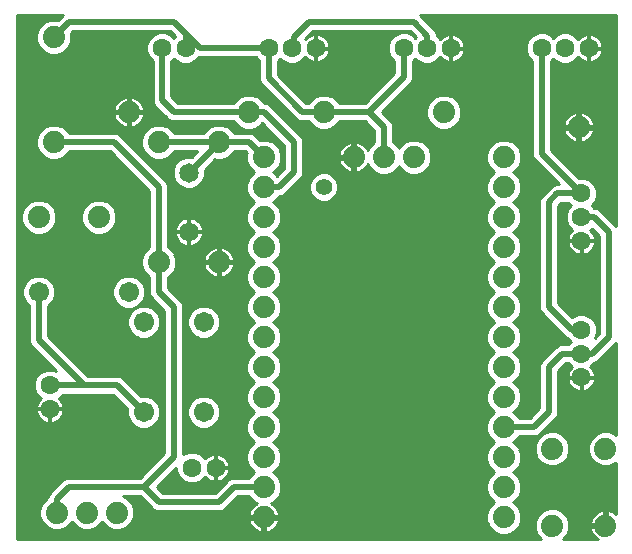
<source format=gbl>
G75*
%MOIN*%
%OFA0B0*%
%FSLAX24Y24*%
%IPPOS*%
%LPD*%
%AMOC8*
5,1,8,0,0,1.08239X$1,22.5*
%
%ADD10C,0.0740*%
%ADD11C,0.0555*%
%ADD12C,0.0673*%
%ADD13C,0.0650*%
%ADD14C,0.0630*%
%ADD15C,0.0100*%
%ADD16C,0.0200*%
D10*
X001750Y001300D03*
X002750Y001300D03*
X003750Y001300D03*
X008650Y001150D03*
X008650Y002150D03*
X008650Y003150D03*
X008650Y004150D03*
X008650Y005150D03*
X008650Y006150D03*
X008650Y007150D03*
X008650Y008150D03*
X008650Y009150D03*
X008650Y010150D03*
X008650Y011150D03*
X008650Y012150D03*
X008650Y013150D03*
X007150Y013650D03*
X008150Y014650D03*
X010650Y014650D03*
X011650Y013150D03*
X012650Y013150D03*
X013650Y013150D03*
X014650Y014650D03*
X016650Y013150D03*
X016650Y012150D03*
X016650Y011150D03*
X016650Y010150D03*
X016650Y009150D03*
X016650Y008150D03*
X016650Y007150D03*
X016650Y006150D03*
X016650Y005150D03*
X016650Y004150D03*
X016650Y003150D03*
X016650Y002150D03*
X016650Y001150D03*
X018260Y000870D03*
X020040Y000870D03*
X020040Y003430D03*
X018260Y003430D03*
X007150Y009650D03*
X005150Y009650D03*
X003150Y011150D03*
X001150Y011150D03*
X001650Y013650D03*
X004150Y014650D03*
X005150Y013650D03*
X001650Y017150D03*
X019150Y014150D03*
D11*
X010650Y012150D03*
D12*
X006650Y007650D03*
X004650Y007650D03*
X004150Y008650D03*
X001150Y008650D03*
X004650Y004650D03*
X006650Y004650D03*
D13*
X006150Y010666D03*
X006150Y012634D03*
D14*
X006044Y016783D03*
X005256Y016783D03*
X008813Y016783D03*
X009600Y016783D03*
X010387Y016783D03*
X013313Y016783D03*
X014100Y016783D03*
X014887Y016783D03*
X017913Y016783D03*
X018700Y016783D03*
X019487Y016783D03*
X019233Y011937D03*
X019233Y011150D03*
X019233Y010363D03*
X019233Y007387D03*
X019233Y006600D03*
X019233Y005813D03*
X007044Y002800D03*
X006256Y002800D03*
X001517Y004756D03*
X001517Y005544D03*
D15*
X000410Y000410D02*
X000410Y017890D01*
X001952Y017890D01*
X001887Y017826D01*
X001784Y017722D01*
X001765Y017730D01*
X001535Y017730D01*
X001321Y017642D01*
X001158Y017479D01*
X001070Y017265D01*
X001070Y017035D01*
X001158Y016821D01*
X001321Y016658D01*
X001535Y016570D01*
X001765Y016570D01*
X001979Y016658D01*
X002142Y016821D01*
X002230Y017035D01*
X002230Y017265D01*
X002222Y017284D01*
X002278Y017340D01*
X005522Y017340D01*
X005690Y017172D01*
X005650Y017132D01*
X005554Y017229D01*
X005361Y017308D01*
X005152Y017308D01*
X004959Y017229D01*
X004811Y017081D01*
X004731Y016888D01*
X004731Y016679D01*
X004811Y016486D01*
X004946Y016351D01*
X004946Y014982D01*
X004993Y014868D01*
X005387Y014474D01*
X005474Y014387D01*
X005588Y014340D01*
X007651Y014340D01*
X007658Y014321D01*
X007821Y014158D01*
X008035Y014070D01*
X008265Y014070D01*
X008479Y014158D01*
X008591Y014271D01*
X009340Y013522D01*
X009340Y012778D01*
X009091Y012529D01*
X008979Y012642D01*
X008959Y012650D01*
X008979Y012658D01*
X009142Y012821D01*
X009230Y013035D01*
X009230Y013265D01*
X009142Y013479D01*
X008979Y013642D01*
X008765Y013730D01*
X008535Y013730D01*
X008516Y013722D01*
X008326Y013913D01*
X008212Y013960D01*
X007649Y013960D01*
X007642Y013979D01*
X007479Y014142D01*
X007265Y014230D01*
X007035Y014230D01*
X006821Y014142D01*
X006658Y013979D01*
X006651Y013960D01*
X005649Y013960D01*
X005642Y013979D01*
X005479Y014142D01*
X005265Y014230D01*
X005035Y014230D01*
X004821Y014142D01*
X004658Y013979D01*
X004570Y013765D01*
X004570Y013535D01*
X004658Y013321D01*
X004821Y013158D01*
X005035Y013070D01*
X005265Y013070D01*
X005479Y013158D01*
X005642Y013321D01*
X005649Y013340D01*
X006417Y013340D01*
X006247Y013169D01*
X006044Y013169D01*
X005847Y013088D01*
X005696Y012937D01*
X005615Y012741D01*
X005615Y012528D01*
X005696Y012331D01*
X005847Y012181D01*
X006044Y012099D01*
X006256Y012099D01*
X006453Y012181D01*
X006604Y012331D01*
X006685Y012528D01*
X006685Y012731D01*
X007027Y013073D01*
X007035Y013070D01*
X007265Y013070D01*
X007479Y013158D01*
X007642Y013321D01*
X007649Y013340D01*
X008022Y013340D01*
X008078Y013284D01*
X008070Y013265D01*
X008070Y013035D01*
X008158Y012821D01*
X008321Y012658D01*
X008341Y012650D01*
X008321Y012642D01*
X008158Y012479D01*
X008070Y012265D01*
X008070Y012035D01*
X008158Y011821D01*
X008321Y011658D01*
X008341Y011650D01*
X008321Y011642D01*
X008158Y011479D01*
X008070Y011265D01*
X008070Y011035D01*
X008158Y010821D01*
X008321Y010658D01*
X008341Y010650D01*
X008321Y010642D01*
X008158Y010479D01*
X008070Y010265D01*
X008070Y010035D01*
X008158Y009821D01*
X008321Y009658D01*
X008341Y009650D01*
X008321Y009642D01*
X008158Y009479D01*
X008070Y009265D01*
X008070Y009035D01*
X008158Y008821D01*
X008321Y008658D01*
X008341Y008650D01*
X008321Y008642D01*
X008158Y008479D01*
X008070Y008265D01*
X008070Y008035D01*
X008158Y007821D01*
X008321Y007658D01*
X008341Y007650D01*
X008321Y007642D01*
X008158Y007479D01*
X008070Y007265D01*
X008070Y007035D01*
X008158Y006821D01*
X008321Y006658D01*
X008341Y006650D01*
X008321Y006642D01*
X008158Y006479D01*
X008070Y006265D01*
X008070Y006035D01*
X008158Y005821D01*
X008321Y005658D01*
X008341Y005650D01*
X008321Y005642D01*
X008158Y005479D01*
X008070Y005265D01*
X008070Y005035D01*
X008158Y004821D01*
X008321Y004658D01*
X008341Y004650D01*
X008321Y004642D01*
X008158Y004479D01*
X008070Y004265D01*
X008070Y004035D01*
X008158Y003821D01*
X008321Y003658D01*
X008341Y003650D01*
X008321Y003642D01*
X008158Y003479D01*
X008070Y003265D01*
X008070Y003035D01*
X008158Y002821D01*
X008321Y002658D01*
X008341Y002650D01*
X008321Y002642D01*
X008158Y002479D01*
X008151Y002460D01*
X007588Y002460D01*
X007474Y002413D01*
X007387Y002326D01*
X007022Y001960D01*
X005278Y001960D01*
X005088Y002150D01*
X005731Y002793D01*
X005731Y002696D01*
X005811Y002503D01*
X005959Y002355D01*
X006152Y002275D01*
X006361Y002275D01*
X006554Y002355D01*
X006692Y002494D01*
X006741Y002445D01*
X006800Y002402D01*
X006865Y002369D01*
X006935Y002346D01*
X007007Y002335D01*
X007025Y002335D01*
X007025Y002781D01*
X007063Y002781D01*
X007063Y002819D01*
X007509Y002819D01*
X007509Y002837D01*
X007497Y002909D01*
X007475Y002978D01*
X007441Y003044D01*
X007398Y003103D01*
X007347Y003155D01*
X007287Y003198D01*
X007222Y003231D01*
X007153Y003254D01*
X007080Y003265D01*
X007063Y003265D01*
X007063Y002819D01*
X007025Y002819D01*
X007025Y003265D01*
X007007Y003265D01*
X006935Y003254D01*
X006865Y003231D01*
X006800Y003198D01*
X006741Y003155D01*
X006692Y003106D01*
X006554Y003245D01*
X006361Y003325D01*
X006152Y003325D01*
X005960Y003245D01*
X005960Y008212D01*
X005913Y008326D01*
X005826Y008413D01*
X005460Y008778D01*
X005460Y009151D01*
X005479Y009158D01*
X005642Y009321D01*
X005730Y009535D01*
X005730Y009765D01*
X005642Y009979D01*
X005479Y010142D01*
X005460Y010149D01*
X005460Y012212D01*
X005413Y012326D01*
X003913Y013826D01*
X003826Y013913D01*
X003712Y013960D01*
X002149Y013960D01*
X002142Y013979D01*
X001979Y014142D01*
X001765Y014230D01*
X001535Y014230D01*
X001321Y014142D01*
X001158Y013979D01*
X001070Y013765D01*
X001070Y013535D01*
X001158Y013321D01*
X001321Y013158D01*
X001535Y013070D01*
X001765Y013070D01*
X001979Y013158D01*
X002142Y013321D01*
X002149Y013340D01*
X003522Y013340D01*
X004840Y012022D01*
X004840Y010149D01*
X004821Y010142D01*
X004658Y009979D01*
X004570Y009765D01*
X004570Y009535D01*
X004658Y009321D01*
X004821Y009158D01*
X004840Y009151D01*
X004840Y008588D01*
X004887Y008474D01*
X005340Y008022D01*
X005340Y003278D01*
X004522Y002460D01*
X002088Y002460D01*
X001974Y002413D01*
X001487Y001926D01*
X001440Y001812D01*
X001440Y001799D01*
X001421Y001792D01*
X001258Y001629D01*
X001170Y001415D01*
X001170Y001185D01*
X001258Y000971D01*
X001421Y000808D01*
X001635Y000720D01*
X001865Y000720D01*
X002079Y000808D01*
X002242Y000971D01*
X002250Y000991D01*
X002258Y000971D01*
X002421Y000808D01*
X002635Y000720D01*
X002865Y000720D01*
X003079Y000808D01*
X003242Y000971D01*
X003250Y000991D01*
X003258Y000971D01*
X003421Y000808D01*
X003635Y000720D01*
X003865Y000720D01*
X004079Y000808D01*
X004242Y000971D01*
X004330Y001185D01*
X004330Y001415D01*
X004242Y001629D01*
X004079Y001792D01*
X003962Y001840D01*
X004522Y001840D01*
X004887Y001474D01*
X004974Y001387D01*
X005088Y001340D01*
X007212Y001340D01*
X007326Y001387D01*
X007778Y001840D01*
X008151Y001840D01*
X008158Y001821D01*
X008321Y001658D01*
X008421Y001617D01*
X008377Y001595D01*
X008311Y001547D01*
X008253Y001489D01*
X008205Y001423D01*
X008168Y001350D01*
X008143Y001272D01*
X008131Y001200D01*
X008600Y001200D01*
X008600Y001100D01*
X008700Y001100D01*
X008700Y001200D01*
X009169Y001200D01*
X009157Y001272D01*
X009132Y001350D01*
X009095Y001423D01*
X009047Y001489D01*
X008989Y001547D01*
X008923Y001595D01*
X008879Y001617D01*
X008979Y001658D01*
X009142Y001821D01*
X009230Y002035D01*
X009230Y002265D01*
X009142Y002479D01*
X008979Y002642D01*
X008959Y002650D01*
X008979Y002658D01*
X009142Y002821D01*
X009230Y003035D01*
X009230Y003265D01*
X009142Y003479D01*
X008979Y003642D01*
X008959Y003650D01*
X008979Y003658D01*
X009142Y003821D01*
X009230Y004035D01*
X009230Y004265D01*
X009142Y004479D01*
X008979Y004642D01*
X008959Y004650D01*
X008979Y004658D01*
X009142Y004821D01*
X009230Y005035D01*
X009230Y005265D01*
X009142Y005479D01*
X008979Y005642D01*
X008959Y005650D01*
X008979Y005658D01*
X009142Y005821D01*
X009230Y006035D01*
X009230Y006265D01*
X009142Y006479D01*
X008979Y006642D01*
X008959Y006650D01*
X008979Y006658D01*
X009142Y006821D01*
X009230Y007035D01*
X009230Y007265D01*
X009142Y007479D01*
X008979Y007642D01*
X008959Y007650D01*
X008979Y007658D01*
X009142Y007821D01*
X009230Y008035D01*
X009230Y008265D01*
X009142Y008479D01*
X008979Y008642D01*
X008959Y008650D01*
X008979Y008658D01*
X009142Y008821D01*
X009230Y009035D01*
X009230Y009265D01*
X009142Y009479D01*
X008979Y009642D01*
X008959Y009650D01*
X008979Y009658D01*
X009142Y009821D01*
X009230Y010035D01*
X009230Y010265D01*
X009142Y010479D01*
X008979Y010642D01*
X008959Y010650D01*
X008979Y010658D01*
X009142Y010821D01*
X009230Y011035D01*
X009230Y011265D01*
X009142Y011479D01*
X008979Y011642D01*
X008959Y011650D01*
X008979Y011658D01*
X009142Y011821D01*
X009149Y011840D01*
X009212Y011840D01*
X009326Y011887D01*
X009826Y012387D01*
X009913Y012474D01*
X009960Y012588D01*
X009960Y013712D01*
X009913Y013826D01*
X008913Y014826D01*
X008826Y014913D01*
X008712Y014960D01*
X008649Y014960D01*
X008642Y014979D01*
X008479Y015142D01*
X008265Y015230D01*
X008035Y015230D01*
X007821Y015142D01*
X007658Y014979D01*
X007651Y014960D01*
X005778Y014960D01*
X005566Y015172D01*
X005566Y016351D01*
X005650Y016435D01*
X005746Y016338D01*
X005939Y016259D01*
X006148Y016259D01*
X006341Y016338D01*
X006476Y016473D01*
X008380Y016473D01*
X008503Y016351D01*
X008503Y015709D01*
X008550Y015595D01*
X009758Y014387D01*
X009872Y014340D01*
X010151Y014340D01*
X010158Y014321D01*
X010321Y014158D01*
X010535Y014070D01*
X010765Y014070D01*
X010979Y014158D01*
X011142Y014321D01*
X011149Y014340D01*
X012022Y014340D01*
X012340Y014022D01*
X012340Y013649D01*
X012321Y013642D01*
X012158Y013479D01*
X012117Y013379D01*
X012095Y013423D01*
X012047Y013489D01*
X011989Y013547D01*
X011923Y013595D01*
X011850Y013632D01*
X011772Y013657D01*
X011700Y013669D01*
X011700Y013200D01*
X011600Y013200D01*
X011600Y013669D01*
X011528Y013657D01*
X011450Y013632D01*
X011377Y013595D01*
X011311Y013547D01*
X011253Y013489D01*
X011205Y013423D01*
X011168Y013350D01*
X011143Y013272D01*
X011131Y013200D01*
X011600Y013200D01*
X011600Y013100D01*
X011700Y013100D01*
X011700Y012631D01*
X011772Y012643D01*
X011850Y012668D01*
X011923Y012705D01*
X011989Y012753D01*
X012047Y012811D01*
X012095Y012877D01*
X012117Y012921D01*
X012158Y012821D01*
X012321Y012658D01*
X012535Y012570D01*
X012765Y012570D01*
X012979Y012658D01*
X013142Y012821D01*
X013150Y012841D01*
X013158Y012821D01*
X013321Y012658D01*
X013535Y012570D01*
X013765Y012570D01*
X013979Y012658D01*
X014142Y012821D01*
X014230Y013035D01*
X014230Y013265D01*
X014142Y013479D01*
X013979Y013642D01*
X013765Y013730D01*
X013535Y013730D01*
X013321Y013642D01*
X013158Y013479D01*
X013150Y013459D01*
X013142Y013479D01*
X012979Y013642D01*
X012960Y013649D01*
X012960Y014212D01*
X012913Y014326D01*
X012588Y014650D01*
X013575Y015637D01*
X013623Y015751D01*
X013623Y016351D01*
X013706Y016435D01*
X013803Y016338D01*
X013996Y016259D01*
X014204Y016259D01*
X014397Y016338D01*
X014536Y016477D01*
X014584Y016429D01*
X014644Y016386D01*
X014709Y016353D01*
X014779Y016330D01*
X014851Y016319D01*
X014869Y016319D01*
X014869Y016765D01*
X014906Y016765D01*
X014906Y016802D01*
X015352Y016802D01*
X015352Y016820D01*
X015341Y016892D01*
X015318Y016962D01*
X015285Y017027D01*
X015242Y017086D01*
X015190Y017138D01*
X015131Y017181D01*
X015066Y017214D01*
X014996Y017237D01*
X014924Y017248D01*
X014906Y017248D01*
X014906Y016802D01*
X014869Y016802D01*
X014869Y017248D01*
X014851Y017248D01*
X014779Y017237D01*
X014709Y017214D01*
X014644Y017181D01*
X014584Y017138D01*
X014536Y017090D01*
X014410Y017216D01*
X014410Y017262D01*
X014363Y017376D01*
X013913Y017826D01*
X013848Y017890D01*
X020390Y017890D01*
X020390Y010848D01*
X020326Y010913D01*
X020326Y010913D01*
X019826Y011413D01*
X019712Y011460D01*
X019666Y011460D01*
X019582Y011544D01*
X019679Y011640D01*
X019758Y011833D01*
X019758Y012042D01*
X019679Y012235D01*
X019531Y012382D01*
X019338Y012462D01*
X019147Y012462D01*
X018223Y013387D01*
X018223Y016351D01*
X018306Y016435D01*
X018403Y016338D01*
X018596Y016259D01*
X018804Y016259D01*
X018997Y016338D01*
X019136Y016477D01*
X019184Y016429D01*
X019244Y016386D01*
X019309Y016353D01*
X019379Y016330D01*
X019451Y016319D01*
X019469Y016319D01*
X019469Y016765D01*
X019506Y016765D01*
X019506Y016802D01*
X019952Y016802D01*
X019952Y016820D01*
X019941Y016892D01*
X019918Y016962D01*
X019885Y017027D01*
X019842Y017086D01*
X019790Y017138D01*
X019731Y017181D01*
X019666Y017214D01*
X019596Y017237D01*
X019524Y017248D01*
X019506Y017248D01*
X019506Y016802D01*
X019469Y016802D01*
X019469Y017248D01*
X019451Y017248D01*
X019379Y017237D01*
X019309Y017214D01*
X019244Y017181D01*
X019184Y017138D01*
X019136Y017090D01*
X018997Y017229D01*
X018804Y017308D01*
X018596Y017308D01*
X018403Y017229D01*
X018306Y017132D01*
X018210Y017229D01*
X018017Y017308D01*
X017808Y017308D01*
X017615Y017229D01*
X017468Y017081D01*
X017388Y016888D01*
X017388Y016679D01*
X017468Y016486D01*
X017603Y016351D01*
X017603Y013197D01*
X017650Y013083D01*
X018485Y012247D01*
X018376Y012247D01*
X018262Y012200D01*
X017887Y011826D01*
X017840Y011712D01*
X017840Y008088D01*
X017887Y007974D01*
X018737Y007125D01*
X018782Y007106D01*
X018788Y007090D01*
X018885Y006994D01*
X018801Y006910D01*
X018538Y006910D01*
X018424Y006863D01*
X017974Y006413D01*
X017887Y006326D01*
X017840Y006212D01*
X017840Y004778D01*
X017522Y004460D01*
X017149Y004460D01*
X017142Y004479D01*
X016979Y004642D01*
X016959Y004650D01*
X016979Y004658D01*
X017142Y004821D01*
X017230Y005035D01*
X017230Y005265D01*
X017142Y005479D01*
X016979Y005642D01*
X016959Y005650D01*
X016979Y005658D01*
X017142Y005821D01*
X017230Y006035D01*
X017230Y006265D01*
X017142Y006479D01*
X016979Y006642D01*
X016959Y006650D01*
X016979Y006658D01*
X017142Y006821D01*
X017230Y007035D01*
X017230Y007265D01*
X017142Y007479D01*
X016979Y007642D01*
X016959Y007650D01*
X016979Y007658D01*
X017142Y007821D01*
X017230Y008035D01*
X017230Y008265D01*
X017142Y008479D01*
X016979Y008642D01*
X016959Y008650D01*
X016979Y008658D01*
X017142Y008821D01*
X017230Y009035D01*
X017230Y009265D01*
X017142Y009479D01*
X016979Y009642D01*
X016959Y009650D01*
X016979Y009658D01*
X017142Y009821D01*
X017230Y010035D01*
X017230Y010265D01*
X017142Y010479D01*
X016979Y010642D01*
X016959Y010650D01*
X016979Y010658D01*
X017142Y010821D01*
X017230Y011035D01*
X017230Y011265D01*
X017142Y011479D01*
X016979Y011642D01*
X016959Y011650D01*
X016979Y011658D01*
X017142Y011821D01*
X017230Y012035D01*
X017230Y012265D01*
X017142Y012479D01*
X016979Y012642D01*
X016959Y012650D01*
X016979Y012658D01*
X017142Y012821D01*
X017230Y013035D01*
X017230Y013265D01*
X017142Y013479D01*
X016979Y013642D01*
X016765Y013730D01*
X016535Y013730D01*
X016321Y013642D01*
X016158Y013479D01*
X016070Y013265D01*
X016070Y013035D01*
X016158Y012821D01*
X016321Y012658D01*
X016341Y012650D01*
X016321Y012642D01*
X016158Y012479D01*
X016070Y012265D01*
X016070Y012035D01*
X016158Y011821D01*
X016321Y011658D01*
X016341Y011650D01*
X016321Y011642D01*
X016158Y011479D01*
X016070Y011265D01*
X016070Y011035D01*
X016158Y010821D01*
X016321Y010658D01*
X016341Y010650D01*
X016321Y010642D01*
X016158Y010479D01*
X016070Y010265D01*
X016070Y010035D01*
X016158Y009821D01*
X016321Y009658D01*
X016341Y009650D01*
X016321Y009642D01*
X016158Y009479D01*
X016070Y009265D01*
X016070Y009035D01*
X016158Y008821D01*
X016321Y008658D01*
X016341Y008650D01*
X016321Y008642D01*
X016158Y008479D01*
X016070Y008265D01*
X016070Y008035D01*
X016158Y007821D01*
X016321Y007658D01*
X016341Y007650D01*
X016321Y007642D01*
X016158Y007479D01*
X016070Y007265D01*
X016070Y007035D01*
X016158Y006821D01*
X016321Y006658D01*
X016341Y006650D01*
X016321Y006642D01*
X016158Y006479D01*
X016070Y006265D01*
X016070Y006035D01*
X016158Y005821D01*
X016321Y005658D01*
X016341Y005650D01*
X016321Y005642D01*
X016158Y005479D01*
X016070Y005265D01*
X016070Y005035D01*
X016158Y004821D01*
X016321Y004658D01*
X016341Y004650D01*
X016321Y004642D01*
X016158Y004479D01*
X016070Y004265D01*
X016070Y004035D01*
X016158Y003821D01*
X016321Y003658D01*
X016341Y003650D01*
X016321Y003642D01*
X016158Y003479D01*
X016070Y003265D01*
X016070Y003035D01*
X016158Y002821D01*
X016321Y002658D01*
X016341Y002650D01*
X016321Y002642D01*
X016158Y002479D01*
X016070Y002265D01*
X016070Y002035D01*
X016158Y001821D01*
X016321Y001658D01*
X016341Y001650D01*
X016321Y001642D01*
X016158Y001479D01*
X016070Y001265D01*
X016070Y001035D01*
X016158Y000821D01*
X016321Y000658D01*
X016535Y000570D01*
X016765Y000570D01*
X016979Y000658D01*
X017142Y000821D01*
X017230Y001035D01*
X017230Y001265D01*
X017142Y001479D01*
X016979Y001642D01*
X016959Y001650D01*
X016979Y001658D01*
X017142Y001821D01*
X017230Y002035D01*
X017230Y002265D01*
X017142Y002479D01*
X016979Y002642D01*
X016959Y002650D01*
X016979Y002658D01*
X017142Y002821D01*
X017230Y003035D01*
X017230Y003265D01*
X017142Y003479D01*
X016979Y003642D01*
X016959Y003650D01*
X016979Y003658D01*
X017142Y003821D01*
X017149Y003840D01*
X017712Y003840D01*
X017826Y003887D01*
X018326Y004387D01*
X018413Y004474D01*
X018460Y004588D01*
X018460Y006022D01*
X018728Y006290D01*
X018801Y006290D01*
X018927Y006164D01*
X018879Y006115D01*
X018836Y006056D01*
X018803Y005991D01*
X018780Y005921D01*
X018769Y005849D01*
X018769Y005831D01*
X019215Y005831D01*
X019215Y005794D01*
X019252Y005794D01*
X019252Y005348D01*
X019270Y005348D01*
X019342Y005359D01*
X019412Y005382D01*
X019477Y005415D01*
X019536Y005458D01*
X019588Y005510D01*
X019631Y005569D01*
X019664Y005634D01*
X019687Y005704D01*
X019698Y005776D01*
X019698Y005794D01*
X019252Y005794D01*
X019252Y005831D01*
X019698Y005831D01*
X019698Y005849D01*
X019687Y005921D01*
X019664Y005991D01*
X019631Y006056D01*
X019588Y006115D01*
X019540Y006164D01*
X019669Y006293D01*
X019776Y006337D01*
X020390Y006952D01*
X020390Y003900D01*
X020369Y003922D01*
X020155Y004010D01*
X019925Y004010D01*
X019711Y003922D01*
X019548Y003759D01*
X019460Y003545D01*
X019460Y003315D01*
X019548Y003101D01*
X019711Y002938D01*
X019925Y002850D01*
X020155Y002850D01*
X020369Y002938D01*
X020390Y002960D01*
X020390Y001255D01*
X020379Y001267D01*
X020313Y001315D01*
X020240Y001352D01*
X020162Y001377D01*
X020090Y001389D01*
X020090Y000920D01*
X019990Y000920D01*
X019990Y001389D01*
X019918Y001377D01*
X019840Y001352D01*
X019767Y001315D01*
X019701Y001267D01*
X019643Y001209D01*
X019595Y001143D01*
X019558Y001070D01*
X019533Y000992D01*
X019521Y000920D01*
X019990Y000920D01*
X019990Y000820D01*
X019521Y000820D01*
X019533Y000748D01*
X019558Y000670D01*
X019595Y000597D01*
X019643Y000531D01*
X019701Y000473D01*
X019767Y000425D01*
X019797Y000410D01*
X018620Y000410D01*
X018752Y000541D01*
X018840Y000755D01*
X018840Y000985D01*
X018752Y001199D01*
X018589Y001362D01*
X018375Y001450D01*
X018145Y001450D01*
X017931Y001362D01*
X017768Y001199D01*
X017680Y000985D01*
X017680Y000755D01*
X017768Y000541D01*
X017900Y000410D01*
X000410Y000410D01*
X000410Y000446D02*
X017864Y000446D01*
X017767Y000544D02*
X000410Y000544D01*
X000410Y000643D02*
X008530Y000643D01*
X008528Y000643D02*
X008600Y000631D01*
X008600Y001100D01*
X008131Y001100D01*
X008143Y001028D01*
X008168Y000950D01*
X008205Y000877D01*
X008253Y000811D01*
X008311Y000753D01*
X008377Y000705D01*
X008450Y000668D01*
X008528Y000643D01*
X008600Y000643D02*
X008700Y000643D01*
X008700Y000631D02*
X008772Y000643D01*
X008850Y000668D01*
X008923Y000705D01*
X008989Y000753D01*
X009047Y000811D01*
X009095Y000877D01*
X009132Y000950D01*
X009157Y001028D01*
X009169Y001100D01*
X008700Y001100D01*
X008700Y000631D01*
X008770Y000643D02*
X016360Y000643D01*
X016239Y000741D02*
X008972Y000741D01*
X009067Y000840D02*
X016151Y000840D01*
X016110Y000938D02*
X009126Y000938D01*
X009159Y001037D02*
X016070Y001037D01*
X016070Y001135D02*
X008700Y001135D01*
X008700Y001037D02*
X008600Y001037D01*
X008600Y001135D02*
X004309Y001135D01*
X004330Y001234D02*
X008137Y001234D01*
X008162Y001332D02*
X004330Y001332D01*
X004324Y001431D02*
X004931Y001431D01*
X004833Y001529D02*
X004283Y001529D01*
X004242Y001628D02*
X004734Y001628D01*
X004636Y001726D02*
X004144Y001726D01*
X003999Y001825D02*
X004537Y001825D01*
X005118Y002120D02*
X007182Y002120D01*
X007280Y002219D02*
X005157Y002219D01*
X005255Y002317D02*
X006051Y002317D01*
X005898Y002416D02*
X005354Y002416D01*
X005452Y002514D02*
X005807Y002514D01*
X005766Y002613D02*
X005551Y002613D01*
X005649Y002711D02*
X005731Y002711D01*
X005265Y003204D02*
X000410Y003204D01*
X000410Y003302D02*
X005340Y003302D01*
X005340Y003401D02*
X000410Y003401D01*
X000410Y003499D02*
X005340Y003499D01*
X005340Y003598D02*
X000410Y003598D01*
X000410Y003696D02*
X005340Y003696D01*
X005340Y003795D02*
X000410Y003795D01*
X000410Y003893D02*
X005340Y003893D01*
X005340Y003992D02*
X000410Y003992D01*
X000410Y004090D02*
X005340Y004090D01*
X005340Y004189D02*
X004961Y004189D01*
X004960Y004187D02*
X005113Y004340D01*
X005197Y004541D01*
X005197Y004759D01*
X005113Y004960D01*
X004960Y005113D01*
X004759Y005197D01*
X004542Y005197D01*
X003932Y005807D01*
X003818Y005854D01*
X002778Y005854D01*
X001460Y007172D01*
X001460Y008187D01*
X001613Y008340D01*
X001697Y008541D01*
X001697Y008759D01*
X001613Y008960D01*
X001460Y009113D01*
X001259Y009197D01*
X001041Y009197D01*
X000840Y009113D01*
X000687Y008960D01*
X000603Y008759D01*
X000603Y008541D01*
X000687Y008340D01*
X000840Y008187D01*
X000840Y006982D01*
X000887Y006868D01*
X001733Y006022D01*
X001621Y006069D01*
X001412Y006069D01*
X001219Y005989D01*
X001071Y005841D01*
X000992Y005648D01*
X000992Y005439D01*
X001071Y005246D01*
X001210Y005108D01*
X001162Y005059D01*
X001119Y005000D01*
X001086Y004935D01*
X001063Y004865D01*
X001052Y004793D01*
X001052Y004775D01*
X001498Y004775D01*
X001498Y004737D01*
X001535Y004737D01*
X001535Y004291D01*
X001553Y004291D01*
X001625Y004303D01*
X001695Y004325D01*
X001760Y004359D01*
X001819Y004402D01*
X001871Y004453D01*
X001914Y004513D01*
X001947Y004578D01*
X001970Y004647D01*
X001981Y004720D01*
X001981Y004737D01*
X001535Y004737D01*
X001535Y004775D01*
X001981Y004775D01*
X001981Y004793D01*
X001970Y004865D01*
X001947Y004935D01*
X001914Y005000D01*
X001871Y005059D01*
X001823Y005108D01*
X001949Y005234D01*
X003628Y005234D01*
X004103Y004758D01*
X004103Y004541D01*
X004187Y004340D01*
X004340Y004187D01*
X004541Y004103D01*
X004759Y004103D01*
X004960Y004187D01*
X005060Y004287D02*
X005340Y004287D01*
X005340Y004386D02*
X005132Y004386D01*
X005173Y004484D02*
X005340Y004484D01*
X005340Y004583D02*
X005197Y004583D01*
X005197Y004681D02*
X005340Y004681D01*
X005340Y004780D02*
X005188Y004780D01*
X005147Y004878D02*
X005340Y004878D01*
X005340Y004977D02*
X005096Y004977D01*
X004998Y005075D02*
X005340Y005075D01*
X005340Y005174D02*
X004814Y005174D01*
X004466Y005272D02*
X005340Y005272D01*
X005340Y005371D02*
X004368Y005371D01*
X004269Y005469D02*
X005340Y005469D01*
X005340Y005568D02*
X004171Y005568D01*
X004072Y005666D02*
X005340Y005666D01*
X005340Y005765D02*
X003974Y005765D01*
X003688Y005174D02*
X001889Y005174D01*
X001855Y005075D02*
X003787Y005075D01*
X003885Y004977D02*
X001926Y004977D01*
X001966Y004878D02*
X003984Y004878D01*
X004082Y004780D02*
X001981Y004780D01*
X001975Y004681D02*
X004103Y004681D01*
X004103Y004583D02*
X001949Y004583D01*
X001893Y004484D02*
X004127Y004484D01*
X004168Y004386D02*
X001797Y004386D01*
X001535Y004386D02*
X001498Y004386D01*
X001498Y004291D02*
X001498Y004737D01*
X001052Y004737D01*
X001052Y004720D01*
X001063Y004647D01*
X001086Y004578D01*
X001119Y004513D01*
X001162Y004453D01*
X001214Y004402D01*
X001273Y004359D01*
X001338Y004325D01*
X001408Y004303D01*
X001480Y004291D01*
X001498Y004291D01*
X001498Y004484D02*
X001535Y004484D01*
X001535Y004583D02*
X001498Y004583D01*
X001498Y004681D02*
X001535Y004681D01*
X001236Y004386D02*
X000410Y004386D01*
X000410Y004484D02*
X001140Y004484D01*
X001084Y004583D02*
X000410Y004583D01*
X000410Y004681D02*
X001058Y004681D01*
X001052Y004780D02*
X000410Y004780D01*
X000410Y004878D02*
X001067Y004878D01*
X001107Y004977D02*
X000410Y004977D01*
X000410Y005075D02*
X001178Y005075D01*
X001144Y005174D02*
X000410Y005174D01*
X000410Y005272D02*
X001061Y005272D01*
X001020Y005371D02*
X000410Y005371D01*
X000410Y005469D02*
X000992Y005469D01*
X000992Y005568D02*
X000410Y005568D01*
X000410Y005666D02*
X000999Y005666D01*
X001040Y005765D02*
X000410Y005765D01*
X000410Y005863D02*
X001093Y005863D01*
X001192Y005962D02*
X000410Y005962D01*
X000410Y006060D02*
X001391Y006060D01*
X001498Y006257D02*
X000410Y006257D01*
X000410Y006159D02*
X001597Y006159D01*
X001642Y006060D02*
X001695Y006060D01*
X001400Y006356D02*
X000410Y006356D01*
X000410Y006454D02*
X001301Y006454D01*
X001203Y006553D02*
X000410Y006553D01*
X000410Y006651D02*
X001104Y006651D01*
X001006Y006750D02*
X000410Y006750D01*
X000410Y006848D02*
X000907Y006848D01*
X000855Y006947D02*
X000410Y006947D01*
X000410Y007045D02*
X000840Y007045D01*
X000840Y007144D02*
X000410Y007144D01*
X000410Y007242D02*
X000840Y007242D01*
X000840Y007341D02*
X000410Y007341D01*
X000410Y007439D02*
X000840Y007439D01*
X000840Y007538D02*
X000410Y007538D01*
X000410Y007636D02*
X000840Y007636D01*
X000840Y007735D02*
X000410Y007735D01*
X000410Y007833D02*
X000840Y007833D01*
X000840Y007932D02*
X000410Y007932D01*
X000410Y008030D02*
X000840Y008030D01*
X000840Y008129D02*
X000410Y008129D01*
X000410Y008227D02*
X000800Y008227D01*
X000702Y008326D02*
X000410Y008326D01*
X000410Y008424D02*
X000652Y008424D01*
X000611Y008523D02*
X000410Y008523D01*
X000410Y008621D02*
X000603Y008621D01*
X000603Y008720D02*
X000410Y008720D01*
X000410Y008818D02*
X000628Y008818D01*
X000669Y008917D02*
X000410Y008917D01*
X000410Y009015D02*
X000742Y009015D01*
X000841Y009114D02*
X000410Y009114D01*
X000410Y009212D02*
X004768Y009212D01*
X004840Y009114D02*
X004459Y009114D01*
X004460Y009113D02*
X004259Y009197D01*
X004041Y009197D01*
X003840Y009113D01*
X003687Y008960D01*
X003603Y008759D01*
X003603Y008541D01*
X003687Y008340D01*
X003840Y008187D01*
X004041Y008103D01*
X004259Y008103D01*
X004460Y008187D01*
X004613Y008340D01*
X004697Y008541D01*
X004697Y008759D01*
X004613Y008960D01*
X004460Y009113D01*
X004558Y009015D02*
X004840Y009015D01*
X004840Y008917D02*
X004631Y008917D01*
X004672Y008818D02*
X004840Y008818D01*
X004840Y008720D02*
X004697Y008720D01*
X004697Y008621D02*
X004840Y008621D01*
X004867Y008523D02*
X004689Y008523D01*
X004648Y008424D02*
X004938Y008424D01*
X005036Y008326D02*
X004598Y008326D01*
X004500Y008227D02*
X005135Y008227D01*
X005233Y008129D02*
X004923Y008129D01*
X004960Y008113D02*
X004759Y008197D01*
X004541Y008197D01*
X004340Y008113D01*
X004187Y007960D01*
X004103Y007759D01*
X004103Y007541D01*
X004187Y007340D01*
X004340Y007187D01*
X004541Y007103D01*
X004759Y007103D01*
X004960Y007187D01*
X005113Y007340D01*
X005197Y007541D01*
X005197Y007759D01*
X005113Y007960D01*
X004960Y008113D01*
X005043Y008030D02*
X005332Y008030D01*
X005340Y007932D02*
X005125Y007932D01*
X005166Y007833D02*
X005340Y007833D01*
X005340Y007735D02*
X005197Y007735D01*
X005197Y007636D02*
X005340Y007636D01*
X005340Y007538D02*
X005195Y007538D01*
X005154Y007439D02*
X005340Y007439D01*
X005340Y007341D02*
X005113Y007341D01*
X005015Y007242D02*
X005340Y007242D01*
X005340Y007144D02*
X004855Y007144D01*
X004445Y007144D02*
X001489Y007144D01*
X001460Y007242D02*
X004285Y007242D01*
X004187Y007341D02*
X001460Y007341D01*
X001460Y007439D02*
X004146Y007439D01*
X004105Y007538D02*
X001460Y007538D01*
X001460Y007636D02*
X004103Y007636D01*
X004103Y007735D02*
X001460Y007735D01*
X001460Y007833D02*
X004134Y007833D01*
X004175Y007932D02*
X001460Y007932D01*
X001460Y008030D02*
X004257Y008030D01*
X004319Y008129D02*
X004377Y008129D01*
X003981Y008129D02*
X001460Y008129D01*
X001500Y008227D02*
X003800Y008227D01*
X003702Y008326D02*
X001598Y008326D01*
X001648Y008424D02*
X003652Y008424D01*
X003611Y008523D02*
X001689Y008523D01*
X001697Y008621D02*
X003603Y008621D01*
X003603Y008720D02*
X001697Y008720D01*
X001672Y008818D02*
X003628Y008818D01*
X003669Y008917D02*
X001631Y008917D01*
X001558Y009015D02*
X003742Y009015D01*
X003841Y009114D02*
X001459Y009114D01*
X000410Y009311D02*
X004669Y009311D01*
X004622Y009409D02*
X000410Y009409D01*
X000410Y009508D02*
X004581Y009508D01*
X004570Y009606D02*
X000410Y009606D01*
X000410Y009705D02*
X004570Y009705D01*
X004586Y009803D02*
X000410Y009803D01*
X000410Y009902D02*
X004626Y009902D01*
X004680Y010000D02*
X000410Y010000D01*
X000410Y010099D02*
X004778Y010099D01*
X004840Y010197D02*
X000410Y010197D01*
X000410Y010296D02*
X004840Y010296D01*
X004840Y010394D02*
X000410Y010394D01*
X000410Y010493D02*
X004840Y010493D01*
X004840Y010591D02*
X003316Y010591D01*
X003265Y010570D02*
X003479Y010658D01*
X003642Y010821D01*
X003730Y011035D01*
X003730Y011265D01*
X003642Y011479D01*
X003479Y011642D01*
X003265Y011730D01*
X003035Y011730D01*
X002821Y011642D01*
X002658Y011479D01*
X002570Y011265D01*
X002570Y011035D01*
X002658Y010821D01*
X002821Y010658D01*
X003035Y010570D01*
X003265Y010570D01*
X003510Y010690D02*
X004840Y010690D01*
X004840Y010788D02*
X003608Y010788D01*
X003669Y010887D02*
X004840Y010887D01*
X004840Y010985D02*
X003709Y010985D01*
X003730Y011084D02*
X004840Y011084D01*
X004840Y011182D02*
X003730Y011182D01*
X003724Y011281D02*
X004840Y011281D01*
X004840Y011379D02*
X003683Y011379D01*
X003642Y011478D02*
X004840Y011478D01*
X004840Y011576D02*
X003544Y011576D01*
X003399Y011675D02*
X004840Y011675D01*
X004840Y011773D02*
X000410Y011773D01*
X000410Y011675D02*
X000901Y011675D01*
X000821Y011642D02*
X000658Y011479D01*
X000570Y011265D01*
X000570Y011035D01*
X000658Y010821D01*
X000821Y010658D01*
X001035Y010570D01*
X001265Y010570D01*
X001479Y010658D01*
X001642Y010821D01*
X001730Y011035D01*
X001730Y011265D01*
X001642Y011479D01*
X001479Y011642D01*
X001265Y011730D01*
X001035Y011730D01*
X000821Y011642D01*
X000756Y011576D02*
X000410Y011576D01*
X000410Y011478D02*
X000658Y011478D01*
X000617Y011379D02*
X000410Y011379D01*
X000410Y011281D02*
X000576Y011281D01*
X000570Y011182D02*
X000410Y011182D01*
X000410Y011084D02*
X000570Y011084D01*
X000591Y010985D02*
X000410Y010985D01*
X000410Y010887D02*
X000631Y010887D01*
X000692Y010788D02*
X000410Y010788D01*
X000410Y010690D02*
X000790Y010690D01*
X000984Y010591D02*
X000410Y010591D01*
X001316Y010591D02*
X002984Y010591D01*
X002790Y010690D02*
X001510Y010690D01*
X001608Y010788D02*
X002692Y010788D01*
X002631Y010887D02*
X001669Y010887D01*
X001709Y010985D02*
X002591Y010985D01*
X002570Y011084D02*
X001730Y011084D01*
X001730Y011182D02*
X002570Y011182D01*
X002576Y011281D02*
X001724Y011281D01*
X001683Y011379D02*
X002617Y011379D01*
X002658Y011478D02*
X001642Y011478D01*
X001544Y011576D02*
X002756Y011576D01*
X002901Y011675D02*
X001399Y011675D01*
X000410Y011872D02*
X004840Y011872D01*
X004840Y011970D02*
X000410Y011970D01*
X000410Y012069D02*
X004793Y012069D01*
X004695Y012167D02*
X000410Y012167D01*
X000410Y012266D02*
X004596Y012266D01*
X004498Y012364D02*
X000410Y012364D01*
X000410Y012463D02*
X004399Y012463D01*
X004301Y012561D02*
X000410Y012561D01*
X000410Y012660D02*
X004202Y012660D01*
X004104Y012758D02*
X000410Y012758D01*
X000410Y012857D02*
X004005Y012857D01*
X003907Y012955D02*
X000410Y012955D01*
X000410Y013054D02*
X003808Y013054D01*
X003710Y013152D02*
X001963Y013152D01*
X002071Y013251D02*
X003611Y013251D01*
X004094Y013645D02*
X004570Y013645D01*
X004570Y013743D02*
X003995Y013743D01*
X003897Y013842D02*
X004602Y013842D01*
X004642Y013940D02*
X003760Y013940D01*
X003877Y014205D02*
X003950Y014168D01*
X004028Y014143D01*
X004109Y014130D01*
X004111Y014130D01*
X004111Y014611D01*
X004189Y014611D01*
X004189Y014689D01*
X004670Y014689D01*
X004670Y014691D01*
X004657Y014772D01*
X004632Y014850D01*
X004595Y014923D01*
X004547Y014989D01*
X004489Y015047D01*
X004423Y015095D01*
X004350Y015132D01*
X004272Y015157D01*
X004191Y015170D01*
X004189Y015170D01*
X004189Y014689D01*
X004111Y014689D01*
X004111Y015170D01*
X004109Y015170D01*
X004028Y015157D01*
X003950Y015132D01*
X003877Y015095D01*
X003811Y015047D01*
X003753Y014989D01*
X003705Y014923D01*
X003668Y014850D01*
X003643Y014772D01*
X003630Y014691D01*
X003630Y014689D01*
X004111Y014689D01*
X004111Y014611D01*
X003630Y014611D01*
X003630Y014609D01*
X003643Y014528D01*
X003668Y014450D01*
X003705Y014377D01*
X003753Y014311D01*
X003811Y014253D01*
X003877Y014205D01*
X003836Y014236D02*
X000410Y014236D01*
X000410Y014334D02*
X003737Y014334D01*
X003677Y014433D02*
X000410Y014433D01*
X000410Y014531D02*
X003642Y014531D01*
X003636Y014728D02*
X000410Y014728D01*
X000410Y014630D02*
X004111Y014630D01*
X004189Y014630D02*
X005232Y014630D01*
X005134Y014728D02*
X004664Y014728D01*
X004639Y014827D02*
X005035Y014827D01*
X004970Y014925D02*
X004593Y014925D01*
X004512Y015024D02*
X004946Y015024D01*
X004946Y015122D02*
X004369Y015122D01*
X004189Y015122D02*
X004111Y015122D01*
X004111Y015024D02*
X004189Y015024D01*
X004189Y014925D02*
X004111Y014925D01*
X004111Y014827D02*
X004189Y014827D01*
X004189Y014728D02*
X004111Y014728D01*
X004189Y014611D02*
X004670Y014611D01*
X004670Y014609D01*
X004657Y014528D01*
X004632Y014450D01*
X004595Y014377D01*
X004547Y014311D01*
X004489Y014253D01*
X004423Y014205D01*
X004350Y014168D01*
X004272Y014143D01*
X004191Y014130D01*
X004189Y014130D01*
X004189Y014611D01*
X004189Y014531D02*
X004111Y014531D01*
X004111Y014433D02*
X004189Y014433D01*
X004189Y014334D02*
X004111Y014334D01*
X004111Y014236D02*
X004189Y014236D01*
X004189Y014137D02*
X004111Y014137D01*
X004065Y014137D02*
X001983Y014137D01*
X002082Y014039D02*
X004718Y014039D01*
X004817Y014137D02*
X004235Y014137D01*
X004464Y014236D02*
X007744Y014236D01*
X007653Y014334D02*
X004563Y014334D01*
X004623Y014433D02*
X005429Y014433D01*
X005331Y014531D02*
X004658Y014531D01*
X004946Y015221D02*
X000410Y015221D01*
X000410Y015319D02*
X004946Y015319D01*
X004946Y015418D02*
X000410Y015418D01*
X000410Y015516D02*
X004946Y015516D01*
X004946Y015615D02*
X000410Y015615D01*
X000410Y015713D02*
X004946Y015713D01*
X004946Y015812D02*
X000410Y015812D01*
X000410Y015910D02*
X004946Y015910D01*
X004946Y016009D02*
X000410Y016009D01*
X000410Y016107D02*
X004946Y016107D01*
X004946Y016206D02*
X000410Y016206D01*
X000410Y016304D02*
X004946Y016304D01*
X004895Y016403D02*
X000410Y016403D01*
X000410Y016501D02*
X004805Y016501D01*
X004764Y016600D02*
X001837Y016600D01*
X002018Y016698D02*
X004731Y016698D01*
X004731Y016797D02*
X002117Y016797D01*
X002172Y016895D02*
X004734Y016895D01*
X004775Y016994D02*
X002213Y016994D01*
X002230Y017092D02*
X004822Y017092D01*
X004921Y017191D02*
X002230Y017191D01*
X002227Y017289D02*
X005105Y017289D01*
X005408Y017289D02*
X005573Y017289D01*
X005592Y017191D02*
X005671Y017191D01*
X005682Y016403D02*
X005618Y016403D01*
X005566Y016304D02*
X005829Y016304D01*
X005566Y016206D02*
X008503Y016206D01*
X008503Y016304D02*
X006258Y016304D01*
X006405Y016403D02*
X008451Y016403D01*
X008503Y016107D02*
X005566Y016107D01*
X005566Y016009D02*
X008503Y016009D01*
X008503Y015910D02*
X005566Y015910D01*
X005566Y015812D02*
X008503Y015812D01*
X008503Y015713D02*
X005566Y015713D01*
X005566Y015615D02*
X008542Y015615D01*
X008629Y015516D02*
X005566Y015516D01*
X005566Y015418D02*
X008728Y015418D01*
X008826Y015319D02*
X005566Y015319D01*
X005566Y015221D02*
X008012Y015221D01*
X007802Y015122D02*
X005616Y015122D01*
X005715Y015024D02*
X007703Y015024D01*
X008288Y015221D02*
X008925Y015221D01*
X009023Y015122D02*
X008498Y015122D01*
X008597Y015024D02*
X009122Y015024D01*
X009220Y014925D02*
X008796Y014925D01*
X008912Y014827D02*
X009319Y014827D01*
X009417Y014728D02*
X009010Y014728D01*
X009109Y014630D02*
X009516Y014630D01*
X009614Y014531D02*
X009207Y014531D01*
X009306Y014433D02*
X009713Y014433D01*
X009503Y014236D02*
X010244Y014236D01*
X010153Y014334D02*
X009404Y014334D01*
X009601Y014137D02*
X010373Y014137D01*
X009897Y013842D02*
X012340Y013842D01*
X012340Y013940D02*
X009798Y013940D01*
X009700Y014039D02*
X012323Y014039D01*
X012225Y014137D02*
X010927Y014137D01*
X011056Y014236D02*
X012126Y014236D01*
X012028Y014334D02*
X011147Y014334D01*
X011149Y014960D02*
X012022Y014960D01*
X013003Y015941D01*
X013003Y016351D01*
X012868Y016486D01*
X012788Y016679D01*
X012788Y016888D01*
X012868Y017081D01*
X013015Y017229D01*
X013208Y017308D01*
X013417Y017308D01*
X013610Y017229D01*
X013706Y017132D01*
X013718Y017144D01*
X013522Y017340D01*
X010278Y017340D01*
X010032Y017094D01*
X010036Y017090D01*
X010084Y017138D01*
X010144Y017181D01*
X010209Y017214D01*
X010279Y017237D01*
X010351Y017248D01*
X010369Y017248D01*
X010369Y016802D01*
X010406Y016802D01*
X010852Y016802D01*
X010852Y016820D01*
X010841Y016892D01*
X010818Y016962D01*
X010785Y017027D01*
X010742Y017086D01*
X010690Y017138D01*
X010631Y017181D01*
X010566Y017214D01*
X010496Y017237D01*
X010424Y017248D01*
X010406Y017248D01*
X010406Y016802D01*
X010406Y016765D01*
X010852Y016765D01*
X010852Y016747D01*
X010841Y016675D01*
X010818Y016605D01*
X010785Y016540D01*
X010742Y016481D01*
X010690Y016429D01*
X010631Y016386D01*
X010566Y016353D01*
X010496Y016330D01*
X010424Y016319D01*
X010406Y016319D01*
X010406Y016765D01*
X010369Y016765D01*
X010369Y016319D01*
X010351Y016319D01*
X010279Y016330D01*
X010209Y016353D01*
X010144Y016386D01*
X010084Y016429D01*
X010036Y016477D01*
X009897Y016338D01*
X009704Y016259D01*
X009496Y016259D01*
X009303Y016338D01*
X009206Y016435D01*
X009123Y016351D01*
X009123Y015899D01*
X010062Y014960D01*
X010151Y014960D01*
X010158Y014979D01*
X010321Y015142D01*
X010535Y015230D01*
X010765Y015230D01*
X010979Y015142D01*
X011142Y014979D01*
X011149Y014960D01*
X011097Y015024D02*
X012085Y015024D01*
X012184Y015122D02*
X010998Y015122D01*
X010788Y015221D02*
X012282Y015221D01*
X012381Y015319D02*
X009703Y015319D01*
X009801Y015221D02*
X010512Y015221D01*
X010302Y015122D02*
X009900Y015122D01*
X009998Y015024D02*
X010203Y015024D01*
X009604Y015418D02*
X012479Y015418D01*
X012578Y015516D02*
X009506Y015516D01*
X009407Y015615D02*
X012676Y015615D01*
X012775Y015713D02*
X009309Y015713D01*
X009210Y015812D02*
X012873Y015812D01*
X012972Y015910D02*
X009123Y015910D01*
X009123Y016009D02*
X013003Y016009D01*
X013003Y016107D02*
X009123Y016107D01*
X009123Y016206D02*
X013003Y016206D01*
X013003Y016304D02*
X009814Y016304D01*
X009961Y016403D02*
X010121Y016403D01*
X010369Y016403D02*
X010406Y016403D01*
X010406Y016501D02*
X010369Y016501D01*
X010369Y016600D02*
X010406Y016600D01*
X010406Y016698D02*
X010369Y016698D01*
X010406Y016797D02*
X012788Y016797D01*
X012791Y016895D02*
X010840Y016895D01*
X010802Y016994D02*
X012831Y016994D01*
X012879Y017092D02*
X010736Y017092D01*
X010613Y017191D02*
X012977Y017191D01*
X013161Y017289D02*
X010227Y017289D01*
X010162Y017191D02*
X010129Y017191D01*
X010038Y017092D02*
X010034Y017092D01*
X010369Y017092D02*
X010406Y017092D01*
X010406Y016994D02*
X010369Y016994D01*
X010369Y016895D02*
X010406Y016895D01*
X010406Y017191D02*
X010369Y017191D01*
X010845Y016698D02*
X012788Y016698D01*
X012821Y016600D02*
X010816Y016600D01*
X010757Y016501D02*
X012861Y016501D01*
X012951Y016403D02*
X010654Y016403D01*
X009386Y016304D02*
X009123Y016304D01*
X009174Y016403D02*
X009239Y016403D01*
X008626Y014236D02*
X008556Y014236D01*
X008427Y014137D02*
X008725Y014137D01*
X008823Y014039D02*
X007582Y014039D01*
X007483Y014137D02*
X007873Y014137D01*
X008260Y013940D02*
X008922Y013940D01*
X009020Y013842D02*
X008397Y013842D01*
X008495Y013743D02*
X009119Y013743D01*
X009217Y013645D02*
X008972Y013645D01*
X009074Y013546D02*
X009316Y013546D01*
X009340Y013448D02*
X009155Y013448D01*
X009195Y013349D02*
X009340Y013349D01*
X009340Y013251D02*
X009230Y013251D01*
X009230Y013152D02*
X009340Y013152D01*
X009340Y013054D02*
X009230Y013054D01*
X009197Y012955D02*
X009340Y012955D01*
X009340Y012857D02*
X009156Y012857D01*
X009078Y012758D02*
X009320Y012758D01*
X009221Y012660D02*
X008980Y012660D01*
X009059Y012561D02*
X009123Y012561D01*
X009605Y012167D02*
X010163Y012167D01*
X010163Y012247D02*
X010163Y012053D01*
X010237Y011874D01*
X010374Y011737D01*
X010553Y011663D01*
X010747Y011663D01*
X010926Y011737D01*
X011063Y011874D01*
X011137Y012053D01*
X011137Y012247D01*
X011063Y012426D01*
X010926Y012563D01*
X010747Y012637D01*
X010553Y012637D01*
X010374Y012563D01*
X010237Y012426D01*
X010163Y012247D01*
X010170Y012266D02*
X009704Y012266D01*
X009802Y012364D02*
X010211Y012364D01*
X010273Y012463D02*
X009901Y012463D01*
X009949Y012561D02*
X010372Y012561D01*
X009960Y012660D02*
X011477Y012660D01*
X011450Y012668D02*
X011528Y012643D01*
X011600Y012631D01*
X011600Y013100D01*
X011131Y013100D01*
X011143Y013028D01*
X011168Y012950D01*
X011205Y012877D01*
X011253Y012811D01*
X011311Y012753D01*
X011377Y012705D01*
X011450Y012668D01*
X011600Y012660D02*
X011700Y012660D01*
X011700Y012758D02*
X011600Y012758D01*
X011600Y012857D02*
X011700Y012857D01*
X011700Y012955D02*
X011600Y012955D01*
X011600Y013054D02*
X011700Y013054D01*
X011600Y013152D02*
X009960Y013152D01*
X009960Y013054D02*
X011139Y013054D01*
X011167Y012955D02*
X009960Y012955D01*
X009960Y012857D02*
X011220Y012857D01*
X011307Y012758D02*
X009960Y012758D01*
X009960Y013251D02*
X011139Y013251D01*
X011168Y013349D02*
X009960Y013349D01*
X009960Y013448D02*
X011223Y013448D01*
X011311Y013546D02*
X009960Y013546D01*
X009960Y013645D02*
X011489Y013645D01*
X011600Y013645D02*
X011700Y013645D01*
X011700Y013546D02*
X011600Y013546D01*
X011600Y013448D02*
X011700Y013448D01*
X011700Y013349D02*
X011600Y013349D01*
X011600Y013251D02*
X011700Y013251D01*
X011811Y013645D02*
X012328Y013645D01*
X012340Y013743D02*
X009947Y013743D01*
X010928Y012561D02*
X016241Y012561D01*
X016320Y012660D02*
X013980Y012660D01*
X014078Y012758D02*
X016222Y012758D01*
X016144Y012857D02*
X014156Y012857D01*
X014197Y012955D02*
X016103Y012955D01*
X016070Y013054D02*
X014230Y013054D01*
X014230Y013152D02*
X016070Y013152D01*
X016070Y013251D02*
X014230Y013251D01*
X014195Y013349D02*
X016105Y013349D01*
X016145Y013448D02*
X014155Y013448D01*
X014074Y013546D02*
X016226Y013546D01*
X016328Y013645D02*
X013972Y013645D01*
X014321Y014158D02*
X014535Y014070D01*
X014765Y014070D01*
X014979Y014158D01*
X015142Y014321D01*
X015230Y014535D01*
X015230Y014765D01*
X015142Y014979D01*
X014979Y015142D01*
X014765Y015230D01*
X014535Y015230D01*
X014321Y015142D01*
X014158Y014979D01*
X014070Y014765D01*
X014070Y014535D01*
X014158Y014321D01*
X014321Y014158D01*
X014373Y014137D02*
X012960Y014137D01*
X012960Y014039D02*
X017603Y014039D01*
X017603Y014137D02*
X014927Y014137D01*
X015056Y014236D02*
X017603Y014236D01*
X017603Y014334D02*
X015147Y014334D01*
X015188Y014433D02*
X017603Y014433D01*
X017603Y014531D02*
X015229Y014531D01*
X015230Y014630D02*
X017603Y014630D01*
X017603Y014728D02*
X015230Y014728D01*
X015205Y014827D02*
X017603Y014827D01*
X017603Y014925D02*
X015164Y014925D01*
X015097Y015024D02*
X017603Y015024D01*
X017603Y015122D02*
X014998Y015122D01*
X014788Y015221D02*
X017603Y015221D01*
X017603Y015319D02*
X013257Y015319D01*
X013159Y015221D02*
X014512Y015221D01*
X014302Y015122D02*
X013060Y015122D01*
X012962Y015024D02*
X014203Y015024D01*
X014136Y014925D02*
X012863Y014925D01*
X012765Y014827D02*
X014095Y014827D01*
X014070Y014728D02*
X012666Y014728D01*
X012609Y014630D02*
X014070Y014630D01*
X014071Y014531D02*
X012707Y014531D01*
X012806Y014433D02*
X014112Y014433D01*
X014153Y014334D02*
X012904Y014334D01*
X012950Y014236D02*
X014244Y014236D01*
X013328Y013645D02*
X012972Y013645D01*
X012960Y013743D02*
X017603Y013743D01*
X017603Y013645D02*
X016972Y013645D01*
X017074Y013546D02*
X017603Y013546D01*
X017603Y013448D02*
X017155Y013448D01*
X017195Y013349D02*
X017603Y013349D01*
X017603Y013251D02*
X017230Y013251D01*
X017230Y013152D02*
X017621Y013152D01*
X017679Y013054D02*
X017230Y013054D01*
X017197Y012955D02*
X017777Y012955D01*
X017876Y012857D02*
X017156Y012857D01*
X017078Y012758D02*
X017974Y012758D01*
X018073Y012660D02*
X016980Y012660D01*
X017059Y012561D02*
X018171Y012561D01*
X018270Y012463D02*
X017148Y012463D01*
X017189Y012364D02*
X018368Y012364D01*
X018467Y012266D02*
X017230Y012266D01*
X017230Y012167D02*
X018229Y012167D01*
X018130Y012069D02*
X017230Y012069D01*
X017203Y011970D02*
X018032Y011970D01*
X017933Y011872D02*
X017162Y011872D01*
X017093Y011773D02*
X017865Y011773D01*
X017840Y011675D02*
X016995Y011675D01*
X017044Y011576D02*
X017840Y011576D01*
X017840Y011478D02*
X017142Y011478D01*
X017183Y011379D02*
X017840Y011379D01*
X017840Y011281D02*
X017224Y011281D01*
X017230Y011182D02*
X017840Y011182D01*
X017840Y011084D02*
X017230Y011084D01*
X017209Y010985D02*
X017840Y010985D01*
X017840Y010887D02*
X017169Y010887D01*
X017108Y010788D02*
X017840Y010788D01*
X017840Y010690D02*
X017010Y010690D01*
X017029Y010591D02*
X017840Y010591D01*
X017840Y010493D02*
X017128Y010493D01*
X017177Y010394D02*
X017840Y010394D01*
X017840Y010296D02*
X017218Y010296D01*
X017230Y010197D02*
X017840Y010197D01*
X017840Y010099D02*
X017230Y010099D01*
X017216Y010000D02*
X017840Y010000D01*
X017840Y009902D02*
X017175Y009902D01*
X017123Y009803D02*
X017840Y009803D01*
X017840Y009705D02*
X017025Y009705D01*
X017014Y009606D02*
X017840Y009606D01*
X017840Y009508D02*
X017113Y009508D01*
X017170Y009409D02*
X017840Y009409D01*
X017840Y009311D02*
X017211Y009311D01*
X017230Y009212D02*
X017840Y009212D01*
X017840Y009114D02*
X017230Y009114D01*
X017222Y009015D02*
X017840Y009015D01*
X017840Y008917D02*
X017181Y008917D01*
X017138Y008818D02*
X017840Y008818D01*
X017840Y008720D02*
X017040Y008720D01*
X016999Y008621D02*
X017840Y008621D01*
X017840Y008523D02*
X017098Y008523D01*
X017164Y008424D02*
X017840Y008424D01*
X017840Y008326D02*
X017205Y008326D01*
X017230Y008227D02*
X017840Y008227D01*
X017840Y008129D02*
X017230Y008129D01*
X017228Y008030D02*
X017864Y008030D01*
X017930Y007932D02*
X017187Y007932D01*
X017146Y007833D02*
X018029Y007833D01*
X018127Y007735D02*
X017055Y007735D01*
X016984Y007636D02*
X018226Y007636D01*
X018324Y007538D02*
X017083Y007538D01*
X017158Y007439D02*
X018423Y007439D01*
X018521Y007341D02*
X017199Y007341D01*
X017230Y007242D02*
X018620Y007242D01*
X018718Y007144D02*
X017230Y007144D01*
X017230Y007045D02*
X018833Y007045D01*
X018838Y006947D02*
X017194Y006947D01*
X017153Y006848D02*
X018410Y006848D01*
X018311Y006750D02*
X017070Y006750D01*
X016961Y006651D02*
X018213Y006651D01*
X018114Y006553D02*
X017068Y006553D01*
X017152Y006454D02*
X018016Y006454D01*
X017974Y006413D02*
X017974Y006413D01*
X017917Y006356D02*
X017193Y006356D01*
X017230Y006257D02*
X017859Y006257D01*
X017840Y006159D02*
X017230Y006159D01*
X017230Y006060D02*
X017840Y006060D01*
X017840Y005962D02*
X017200Y005962D01*
X017159Y005863D02*
X017840Y005863D01*
X017840Y005765D02*
X017085Y005765D01*
X016986Y005666D02*
X017840Y005666D01*
X017840Y005568D02*
X017053Y005568D01*
X017146Y005469D02*
X017840Y005469D01*
X017840Y005371D02*
X017186Y005371D01*
X017227Y005272D02*
X017840Y005272D01*
X017840Y005174D02*
X017230Y005174D01*
X017230Y005075D02*
X017840Y005075D01*
X017840Y004977D02*
X017206Y004977D01*
X017165Y004878D02*
X017840Y004878D01*
X017840Y004780D02*
X017100Y004780D01*
X017001Y004681D02*
X017743Y004681D01*
X017644Y004583D02*
X017038Y004583D01*
X017136Y004484D02*
X017546Y004484D01*
X018028Y004090D02*
X020390Y004090D01*
X020390Y003992D02*
X020200Y003992D01*
X020390Y004189D02*
X018127Y004189D01*
X018225Y004287D02*
X020390Y004287D01*
X020390Y004386D02*
X018324Y004386D01*
X018417Y004484D02*
X020390Y004484D01*
X020390Y004583D02*
X018458Y004583D01*
X018460Y004681D02*
X020390Y004681D01*
X020390Y004780D02*
X018460Y004780D01*
X018460Y004878D02*
X020390Y004878D01*
X020390Y004977D02*
X018460Y004977D01*
X018460Y005075D02*
X020390Y005075D01*
X020390Y005174D02*
X018460Y005174D01*
X018460Y005272D02*
X020390Y005272D01*
X020390Y005371D02*
X019378Y005371D01*
X019252Y005371D02*
X019215Y005371D01*
X019215Y005348D02*
X019215Y005794D01*
X018769Y005794D01*
X018769Y005776D01*
X018780Y005704D01*
X018803Y005634D01*
X018836Y005569D01*
X018879Y005510D01*
X018931Y005458D01*
X018990Y005415D01*
X019055Y005382D01*
X019125Y005359D01*
X019197Y005348D01*
X019215Y005348D01*
X019215Y005469D02*
X019252Y005469D01*
X019252Y005568D02*
X019215Y005568D01*
X019215Y005666D02*
X019252Y005666D01*
X019252Y005765D02*
X019215Y005765D01*
X019089Y005371D02*
X018460Y005371D01*
X018460Y005469D02*
X018919Y005469D01*
X018837Y005568D02*
X018460Y005568D01*
X018460Y005666D02*
X018792Y005666D01*
X018770Y005765D02*
X018460Y005765D01*
X018460Y005863D02*
X018771Y005863D01*
X018793Y005962D02*
X018460Y005962D01*
X018498Y006060D02*
X018839Y006060D01*
X018922Y006159D02*
X018597Y006159D01*
X018695Y006257D02*
X018834Y006257D01*
X019545Y006159D02*
X020390Y006159D01*
X020390Y006257D02*
X019633Y006257D01*
X019794Y006356D02*
X020390Y006356D01*
X020390Y006454D02*
X019892Y006454D01*
X019991Y006553D02*
X020390Y006553D01*
X020390Y006651D02*
X020089Y006651D01*
X020188Y006750D02*
X020390Y006750D01*
X020390Y006848D02*
X020286Y006848D01*
X020385Y006947D02*
X020390Y006947D01*
X019840Y007278D02*
X019698Y007136D01*
X019758Y007283D01*
X019758Y007492D01*
X019679Y007685D01*
X019531Y007832D01*
X019338Y007912D01*
X019129Y007912D01*
X018936Y007832D01*
X018921Y007817D01*
X018460Y008278D01*
X018460Y011522D01*
X018566Y011627D01*
X018801Y011627D01*
X018885Y011544D01*
X018788Y011447D01*
X018709Y011254D01*
X018709Y011046D01*
X018788Y010853D01*
X018927Y010714D01*
X018879Y010665D01*
X018836Y010606D01*
X018803Y010541D01*
X018780Y010471D01*
X018769Y010399D01*
X018769Y010381D01*
X019215Y010381D01*
X019215Y010344D01*
X019252Y010344D01*
X019252Y009898D01*
X019270Y009898D01*
X019342Y009909D01*
X019412Y009932D01*
X019477Y009965D01*
X019536Y010008D01*
X019588Y010060D01*
X019631Y010119D01*
X019664Y010184D01*
X019687Y010254D01*
X019698Y010326D01*
X019698Y010344D01*
X019252Y010344D01*
X019252Y010381D01*
X019698Y010381D01*
X019698Y010399D01*
X019687Y010471D01*
X019664Y010541D01*
X019631Y010606D01*
X019588Y010665D01*
X019540Y010714D01*
X019594Y010768D01*
X019840Y010522D01*
X019840Y007278D01*
X019804Y007242D02*
X019741Y007242D01*
X019758Y007341D02*
X019840Y007341D01*
X019840Y007439D02*
X019758Y007439D01*
X019739Y007538D02*
X019840Y007538D01*
X019840Y007636D02*
X019699Y007636D01*
X019629Y007735D02*
X019840Y007735D01*
X019840Y007833D02*
X019529Y007833D01*
X019840Y007932D02*
X018807Y007932D01*
X018708Y008030D02*
X019840Y008030D01*
X019840Y008129D02*
X018610Y008129D01*
X018511Y008227D02*
X019840Y008227D01*
X019840Y008326D02*
X018460Y008326D01*
X018460Y008424D02*
X019840Y008424D01*
X019840Y008523D02*
X018460Y008523D01*
X018460Y008621D02*
X019840Y008621D01*
X019840Y008720D02*
X018460Y008720D01*
X018460Y008818D02*
X019840Y008818D01*
X019840Y008917D02*
X018460Y008917D01*
X018460Y009015D02*
X019840Y009015D01*
X019840Y009114D02*
X018460Y009114D01*
X018460Y009212D02*
X019840Y009212D01*
X019840Y009311D02*
X018460Y009311D01*
X018460Y009409D02*
X019840Y009409D01*
X019840Y009508D02*
X018460Y009508D01*
X018460Y009606D02*
X019840Y009606D01*
X019840Y009705D02*
X018460Y009705D01*
X018460Y009803D02*
X019840Y009803D01*
X019840Y009902D02*
X019295Y009902D01*
X019252Y009902D02*
X019215Y009902D01*
X019215Y009898D02*
X019215Y010344D01*
X018769Y010344D01*
X018769Y010326D01*
X018780Y010254D01*
X018803Y010184D01*
X018836Y010119D01*
X018879Y010060D01*
X018931Y010008D01*
X018990Y009965D01*
X019055Y009932D01*
X019125Y009909D01*
X019197Y009898D01*
X019215Y009898D01*
X019172Y009902D02*
X018460Y009902D01*
X018460Y010000D02*
X018941Y010000D01*
X018851Y010099D02*
X018460Y010099D01*
X018460Y010197D02*
X018798Y010197D01*
X018773Y010296D02*
X018460Y010296D01*
X018460Y010394D02*
X018769Y010394D01*
X018787Y010493D02*
X018460Y010493D01*
X018460Y010591D02*
X018828Y010591D01*
X018903Y010690D02*
X018460Y010690D01*
X018460Y010788D02*
X018853Y010788D01*
X018774Y010887D02*
X018460Y010887D01*
X018460Y010985D02*
X018734Y010985D01*
X018709Y011084D02*
X018460Y011084D01*
X018460Y011182D02*
X018709Y011182D01*
X018719Y011281D02*
X018460Y011281D01*
X018460Y011379D02*
X018760Y011379D01*
X018819Y011478D02*
X018460Y011478D01*
X018514Y011576D02*
X018852Y011576D01*
X019614Y011576D02*
X020390Y011576D01*
X020390Y011478D02*
X019648Y011478D01*
X019693Y011675D02*
X020390Y011675D01*
X020390Y011773D02*
X019734Y011773D01*
X019758Y011872D02*
X020390Y011872D01*
X020390Y011970D02*
X019758Y011970D01*
X019747Y012069D02*
X020390Y012069D01*
X020390Y012167D02*
X019707Y012167D01*
X019648Y012266D02*
X020390Y012266D01*
X020390Y012364D02*
X019549Y012364D01*
X019147Y012463D02*
X020390Y012463D01*
X020390Y012561D02*
X019048Y012561D01*
X018950Y012660D02*
X020390Y012660D01*
X020390Y012758D02*
X018851Y012758D01*
X018753Y012857D02*
X020390Y012857D01*
X020390Y012955D02*
X018654Y012955D01*
X018556Y013054D02*
X020390Y013054D01*
X020390Y013152D02*
X018457Y013152D01*
X018359Y013251D02*
X020390Y013251D01*
X020390Y013349D02*
X018260Y013349D01*
X018223Y013448D02*
X020390Y013448D01*
X020390Y013546D02*
X018223Y013546D01*
X018223Y013645D02*
X019023Y013645D01*
X019028Y013643D02*
X018950Y013668D01*
X018877Y013705D01*
X018811Y013753D01*
X018753Y013811D01*
X018705Y013877D01*
X018668Y013950D01*
X018643Y014028D01*
X018631Y014100D01*
X019100Y014100D01*
X019100Y014200D01*
X019100Y014669D01*
X019028Y014657D01*
X018950Y014632D01*
X018877Y014595D01*
X018811Y014547D01*
X018753Y014489D01*
X018705Y014423D01*
X018668Y014350D01*
X018643Y014272D01*
X018631Y014200D01*
X019100Y014200D01*
X019200Y014200D01*
X019200Y014669D01*
X019272Y014657D01*
X019350Y014632D01*
X019423Y014595D01*
X019489Y014547D01*
X019547Y014489D01*
X019595Y014423D01*
X019632Y014350D01*
X019657Y014272D01*
X019669Y014200D01*
X019200Y014200D01*
X019200Y014100D01*
X019669Y014100D01*
X019657Y014028D01*
X019632Y013950D01*
X019595Y013877D01*
X019547Y013811D01*
X019489Y013753D01*
X019423Y013705D01*
X019350Y013668D01*
X019272Y013643D01*
X019200Y013631D01*
X019200Y014100D01*
X019100Y014100D01*
X019100Y013631D01*
X019028Y013643D01*
X019100Y013645D02*
X019200Y013645D01*
X019277Y013645D02*
X020390Y013645D01*
X020390Y013743D02*
X019475Y013743D01*
X019569Y013842D02*
X020390Y013842D01*
X020390Y013940D02*
X019627Y013940D01*
X019659Y014039D02*
X020390Y014039D01*
X020390Y014137D02*
X019200Y014137D01*
X019200Y014039D02*
X019100Y014039D01*
X019100Y014137D02*
X018223Y014137D01*
X018223Y014039D02*
X018641Y014039D01*
X018673Y013940D02*
X018223Y013940D01*
X018223Y013842D02*
X018731Y013842D01*
X018825Y013743D02*
X018223Y013743D01*
X018223Y014236D02*
X018637Y014236D01*
X018663Y014334D02*
X018223Y014334D01*
X018223Y014433D02*
X018713Y014433D01*
X018796Y014531D02*
X018223Y014531D01*
X018223Y014630D02*
X018946Y014630D01*
X019100Y014630D02*
X019200Y014630D01*
X019200Y014531D02*
X019100Y014531D01*
X019100Y014433D02*
X019200Y014433D01*
X019200Y014334D02*
X019100Y014334D01*
X019100Y014236D02*
X019200Y014236D01*
X019200Y013940D02*
X019100Y013940D01*
X019100Y013842D02*
X019200Y013842D01*
X019200Y013743D02*
X019100Y013743D01*
X019663Y014236D02*
X020390Y014236D01*
X020390Y014334D02*
X019637Y014334D01*
X019587Y014433D02*
X020390Y014433D01*
X020390Y014531D02*
X019504Y014531D01*
X019354Y014630D02*
X020390Y014630D01*
X020390Y014728D02*
X018223Y014728D01*
X018223Y014827D02*
X020390Y014827D01*
X020390Y014925D02*
X018223Y014925D01*
X018223Y015024D02*
X020390Y015024D01*
X020390Y015122D02*
X018223Y015122D01*
X018223Y015221D02*
X020390Y015221D01*
X020390Y015319D02*
X018223Y015319D01*
X018223Y015418D02*
X020390Y015418D01*
X020390Y015516D02*
X018223Y015516D01*
X018223Y015615D02*
X020390Y015615D01*
X020390Y015713D02*
X018223Y015713D01*
X018223Y015812D02*
X020390Y015812D01*
X020390Y015910D02*
X018223Y015910D01*
X018223Y016009D02*
X020390Y016009D01*
X020390Y016107D02*
X018223Y016107D01*
X018223Y016206D02*
X020390Y016206D01*
X020390Y016304D02*
X018914Y016304D01*
X019061Y016403D02*
X019221Y016403D01*
X019469Y016403D02*
X019506Y016403D01*
X019506Y016319D02*
X019524Y016319D01*
X019596Y016330D01*
X019666Y016353D01*
X019731Y016386D01*
X019790Y016429D01*
X019842Y016481D01*
X019885Y016540D01*
X019918Y016605D01*
X019941Y016675D01*
X019952Y016747D01*
X019952Y016765D01*
X019506Y016765D01*
X019506Y016319D01*
X019506Y016501D02*
X019469Y016501D01*
X019469Y016600D02*
X019506Y016600D01*
X019506Y016698D02*
X019469Y016698D01*
X019506Y016797D02*
X020390Y016797D01*
X020390Y016895D02*
X019940Y016895D01*
X019902Y016994D02*
X020390Y016994D01*
X020390Y017092D02*
X019836Y017092D01*
X019713Y017191D02*
X020390Y017191D01*
X020390Y017289D02*
X018851Y017289D01*
X019035Y017191D02*
X019262Y017191D01*
X019138Y017092D02*
X019134Y017092D01*
X019469Y017092D02*
X019506Y017092D01*
X019506Y016994D02*
X019469Y016994D01*
X019469Y016895D02*
X019506Y016895D01*
X019506Y017191D02*
X019469Y017191D01*
X019945Y016698D02*
X020390Y016698D01*
X020390Y016600D02*
X019916Y016600D01*
X019857Y016501D02*
X020390Y016501D01*
X020390Y016403D02*
X019754Y016403D01*
X018549Y017289D02*
X018064Y017289D01*
X018248Y017191D02*
X018365Y017191D01*
X017761Y017289D02*
X014399Y017289D01*
X014435Y017191D02*
X014662Y017191D01*
X014538Y017092D02*
X014534Y017092D01*
X014869Y017092D02*
X014906Y017092D01*
X014906Y016994D02*
X014869Y016994D01*
X014869Y016895D02*
X014906Y016895D01*
X014906Y016797D02*
X017388Y016797D01*
X017391Y016895D02*
X015340Y016895D01*
X015302Y016994D02*
X017431Y016994D01*
X017479Y017092D02*
X015236Y017092D01*
X015113Y017191D02*
X017577Y017191D01*
X017388Y016698D02*
X015345Y016698D01*
X015341Y016675D02*
X015352Y016747D01*
X015352Y016765D01*
X014906Y016765D01*
X014906Y016319D01*
X014924Y016319D01*
X014996Y016330D01*
X015066Y016353D01*
X015131Y016386D01*
X015190Y016429D01*
X015242Y016481D01*
X015285Y016540D01*
X015318Y016605D01*
X015341Y016675D01*
X015316Y016600D02*
X017421Y016600D01*
X017461Y016501D02*
X015257Y016501D01*
X015154Y016403D02*
X017551Y016403D01*
X017603Y016304D02*
X014314Y016304D01*
X014461Y016403D02*
X014621Y016403D01*
X014869Y016403D02*
X014906Y016403D01*
X014906Y016501D02*
X014869Y016501D01*
X014869Y016600D02*
X014906Y016600D01*
X014906Y016698D02*
X014869Y016698D01*
X014869Y017191D02*
X014906Y017191D01*
X014351Y017388D02*
X020390Y017388D01*
X020390Y017486D02*
X014252Y017486D01*
X014154Y017585D02*
X020390Y017585D01*
X020390Y017683D02*
X014055Y017683D01*
X013957Y017782D02*
X020390Y017782D01*
X020390Y017880D02*
X013858Y017880D01*
X013913Y017826D02*
X013913Y017826D01*
X013573Y017289D02*
X013464Y017289D01*
X013648Y017191D02*
X013671Y017191D01*
X013674Y016403D02*
X013739Y016403D01*
X013623Y016304D02*
X013886Y016304D01*
X013623Y016206D02*
X017603Y016206D01*
X017603Y016107D02*
X013623Y016107D01*
X013623Y016009D02*
X017603Y016009D01*
X017603Y015910D02*
X013623Y015910D01*
X013623Y015812D02*
X017603Y015812D01*
X017603Y015713D02*
X013607Y015713D01*
X013553Y015615D02*
X017603Y015615D01*
X017603Y015516D02*
X013454Y015516D01*
X013356Y015418D02*
X017603Y015418D01*
X018223Y016304D02*
X018486Y016304D01*
X018339Y016403D02*
X018274Y016403D01*
X017603Y013940D02*
X012960Y013940D01*
X012960Y013842D02*
X017603Y013842D01*
X016152Y012463D02*
X011027Y012463D01*
X011089Y012364D02*
X016111Y012364D01*
X016070Y012266D02*
X011130Y012266D01*
X011137Y012167D02*
X016070Y012167D01*
X016070Y012069D02*
X011137Y012069D01*
X011103Y011970D02*
X016097Y011970D01*
X016138Y011872D02*
X011061Y011872D01*
X010962Y011773D02*
X016207Y011773D01*
X016305Y011675D02*
X010776Y011675D01*
X010524Y011675D02*
X008995Y011675D01*
X009044Y011576D02*
X016256Y011576D01*
X016158Y011478D02*
X009142Y011478D01*
X009183Y011379D02*
X016117Y011379D01*
X016076Y011281D02*
X009224Y011281D01*
X009230Y011182D02*
X016070Y011182D01*
X016070Y011084D02*
X009230Y011084D01*
X009209Y010985D02*
X016091Y010985D01*
X016131Y010887D02*
X009169Y010887D01*
X009108Y010788D02*
X016192Y010788D01*
X016290Y010690D02*
X009010Y010690D01*
X009029Y010591D02*
X016271Y010591D01*
X016172Y010493D02*
X009128Y010493D01*
X009177Y010394D02*
X016123Y010394D01*
X016082Y010296D02*
X009218Y010296D01*
X009230Y010197D02*
X016070Y010197D01*
X016070Y010099D02*
X009230Y010099D01*
X009216Y010000D02*
X016084Y010000D01*
X016125Y009902D02*
X009175Y009902D01*
X009123Y009803D02*
X016177Y009803D01*
X016275Y009705D02*
X009025Y009705D01*
X009014Y009606D02*
X016286Y009606D01*
X016187Y009508D02*
X009113Y009508D01*
X009170Y009409D02*
X016130Y009409D01*
X016089Y009311D02*
X009211Y009311D01*
X009230Y009212D02*
X016070Y009212D01*
X016070Y009114D02*
X009230Y009114D01*
X009222Y009015D02*
X016078Y009015D01*
X016119Y008917D02*
X009181Y008917D01*
X009138Y008818D02*
X016162Y008818D01*
X016260Y008720D02*
X009040Y008720D01*
X008999Y008621D02*
X016301Y008621D01*
X016202Y008523D02*
X009098Y008523D01*
X009164Y008424D02*
X016136Y008424D01*
X016095Y008326D02*
X009205Y008326D01*
X009230Y008227D02*
X016070Y008227D01*
X016070Y008129D02*
X009230Y008129D01*
X009228Y008030D02*
X016072Y008030D01*
X016113Y007932D02*
X009187Y007932D01*
X009146Y007833D02*
X016154Y007833D01*
X016245Y007735D02*
X009055Y007735D01*
X008984Y007636D02*
X016316Y007636D01*
X016217Y007538D02*
X009083Y007538D01*
X009158Y007439D02*
X016142Y007439D01*
X016101Y007341D02*
X009199Y007341D01*
X009230Y007242D02*
X016070Y007242D01*
X016070Y007144D02*
X009230Y007144D01*
X009230Y007045D02*
X016070Y007045D01*
X016106Y006947D02*
X009194Y006947D01*
X009153Y006848D02*
X016147Y006848D01*
X016230Y006750D02*
X009070Y006750D01*
X008961Y006651D02*
X016339Y006651D01*
X016232Y006553D02*
X009068Y006553D01*
X009152Y006454D02*
X016148Y006454D01*
X016107Y006356D02*
X009193Y006356D01*
X009230Y006257D02*
X016070Y006257D01*
X016070Y006159D02*
X009230Y006159D01*
X009230Y006060D02*
X016070Y006060D01*
X016100Y005962D02*
X009200Y005962D01*
X009159Y005863D02*
X016141Y005863D01*
X016215Y005765D02*
X009085Y005765D01*
X008986Y005666D02*
X016314Y005666D01*
X016247Y005568D02*
X009053Y005568D01*
X009146Y005469D02*
X016154Y005469D01*
X016114Y005371D02*
X009186Y005371D01*
X009227Y005272D02*
X016073Y005272D01*
X016070Y005174D02*
X009230Y005174D01*
X009230Y005075D02*
X016070Y005075D01*
X016094Y004977D02*
X009206Y004977D01*
X009165Y004878D02*
X016135Y004878D01*
X016200Y004780D02*
X009100Y004780D01*
X009001Y004681D02*
X016299Y004681D01*
X016262Y004583D02*
X009038Y004583D01*
X009136Y004484D02*
X016164Y004484D01*
X016120Y004386D02*
X009180Y004386D01*
X009221Y004287D02*
X016079Y004287D01*
X016070Y004189D02*
X009230Y004189D01*
X009230Y004090D02*
X016070Y004090D01*
X016088Y003992D02*
X009212Y003992D01*
X009171Y003893D02*
X016129Y003893D01*
X016185Y003795D02*
X009115Y003795D01*
X009016Y003696D02*
X016284Y003696D01*
X016277Y003598D02*
X009023Y003598D01*
X009121Y003499D02*
X016179Y003499D01*
X016126Y003401D02*
X009174Y003401D01*
X009215Y003302D02*
X016085Y003302D01*
X016070Y003204D02*
X009230Y003204D01*
X009230Y003105D02*
X016070Y003105D01*
X016082Y003007D02*
X009218Y003007D01*
X009178Y002908D02*
X016122Y002908D01*
X016170Y002810D02*
X009130Y002810D01*
X009031Y002711D02*
X016269Y002711D01*
X016292Y002613D02*
X009008Y002613D01*
X009106Y002514D02*
X016194Y002514D01*
X016132Y002416D02*
X009168Y002416D01*
X009209Y002317D02*
X016091Y002317D01*
X016070Y002219D02*
X009230Y002219D01*
X009230Y002120D02*
X016070Y002120D01*
X016075Y002022D02*
X009225Y002022D01*
X009184Y001923D02*
X016116Y001923D01*
X016157Y001825D02*
X009143Y001825D01*
X009046Y001726D02*
X016254Y001726D01*
X016307Y001628D02*
X008904Y001628D01*
X009006Y001529D02*
X016209Y001529D01*
X016138Y001431D02*
X009089Y001431D01*
X009138Y001332D02*
X016098Y001332D01*
X016070Y001234D02*
X009163Y001234D01*
X008700Y000938D02*
X008600Y000938D01*
X008600Y000840D02*
X008700Y000840D01*
X008700Y000741D02*
X008600Y000741D01*
X008328Y000741D02*
X003916Y000741D01*
X004110Y000840D02*
X008233Y000840D01*
X008174Y000938D02*
X004208Y000938D01*
X004269Y001037D02*
X008141Y001037D01*
X008211Y001431D02*
X007369Y001431D01*
X007467Y001529D02*
X008294Y001529D01*
X008396Y001628D02*
X007566Y001628D01*
X007664Y001726D02*
X008254Y001726D01*
X008157Y001825D02*
X007763Y001825D01*
X007379Y002317D02*
X006462Y002317D01*
X006614Y002416D02*
X006782Y002416D01*
X007025Y002416D02*
X007063Y002416D01*
X007063Y002335D02*
X007080Y002335D01*
X007153Y002346D01*
X007222Y002369D01*
X007287Y002402D01*
X007347Y002445D01*
X007398Y002497D01*
X007441Y002556D01*
X007475Y002622D01*
X007497Y002691D01*
X007509Y002763D01*
X007509Y002781D01*
X007063Y002781D01*
X007063Y002335D01*
X007063Y002514D02*
X007025Y002514D01*
X007025Y002613D02*
X007063Y002613D01*
X007063Y002711D02*
X007025Y002711D01*
X007063Y002810D02*
X008170Y002810D01*
X008122Y002908D02*
X007497Y002908D01*
X007460Y003007D02*
X008082Y003007D01*
X008070Y003105D02*
X007396Y003105D01*
X007276Y003204D02*
X008070Y003204D01*
X008085Y003302D02*
X006416Y003302D01*
X006595Y003204D02*
X006811Y003204D01*
X007025Y003204D02*
X007063Y003204D01*
X007063Y003105D02*
X007025Y003105D01*
X007025Y003007D02*
X007063Y003007D01*
X007063Y002908D02*
X007025Y002908D01*
X007470Y002613D02*
X008292Y002613D01*
X008269Y002711D02*
X007500Y002711D01*
X007411Y002514D02*
X008194Y002514D01*
X007481Y002416D02*
X007306Y002416D01*
X007083Y002022D02*
X005217Y002022D01*
X004674Y002613D02*
X000410Y002613D01*
X000410Y002711D02*
X004773Y002711D01*
X004871Y002810D02*
X000410Y002810D01*
X000410Y002908D02*
X004970Y002908D01*
X005068Y003007D02*
X000410Y003007D01*
X000410Y003105D02*
X005167Y003105D01*
X004576Y002514D02*
X000410Y002514D01*
X000410Y002416D02*
X001981Y002416D01*
X001879Y002317D02*
X000410Y002317D01*
X000410Y002219D02*
X001780Y002219D01*
X001682Y002120D02*
X000410Y002120D01*
X000410Y002022D02*
X001583Y002022D01*
X001486Y001923D02*
X000410Y001923D01*
X000410Y001825D02*
X001445Y001825D01*
X001356Y001726D02*
X000410Y001726D01*
X000410Y001628D02*
X001258Y001628D01*
X001217Y001529D02*
X000410Y001529D01*
X000410Y001431D02*
X001176Y001431D01*
X001170Y001332D02*
X000410Y001332D01*
X000410Y001234D02*
X001170Y001234D01*
X001191Y001135D02*
X000410Y001135D01*
X000410Y001037D02*
X001231Y001037D01*
X001292Y000938D02*
X000410Y000938D01*
X000410Y000840D02*
X001390Y000840D01*
X001584Y000741D02*
X000410Y000741D01*
X001916Y000741D02*
X002584Y000741D01*
X002390Y000840D02*
X002110Y000840D01*
X002208Y000938D02*
X002292Y000938D01*
X002916Y000741D02*
X003584Y000741D01*
X003390Y000840D02*
X003110Y000840D01*
X003208Y000938D02*
X003292Y000938D01*
X005960Y003302D02*
X006096Y003302D01*
X005960Y003401D02*
X008126Y003401D01*
X008179Y003499D02*
X005960Y003499D01*
X005960Y003598D02*
X008277Y003598D01*
X008284Y003696D02*
X005960Y003696D01*
X005960Y003795D02*
X008185Y003795D01*
X008129Y003893D02*
X005960Y003893D01*
X005960Y003992D02*
X008088Y003992D01*
X008070Y004090D02*
X005960Y004090D01*
X005960Y004189D02*
X006339Y004189D01*
X006340Y004187D02*
X006541Y004103D01*
X006759Y004103D01*
X006960Y004187D01*
X007113Y004340D01*
X007197Y004541D01*
X007197Y004759D01*
X007113Y004960D01*
X006960Y005113D01*
X006759Y005197D01*
X006541Y005197D01*
X006340Y005113D01*
X006187Y004960D01*
X006103Y004759D01*
X006103Y004541D01*
X006187Y004340D01*
X006340Y004187D01*
X006240Y004287D02*
X005960Y004287D01*
X005960Y004386D02*
X006168Y004386D01*
X006127Y004484D02*
X005960Y004484D01*
X005960Y004583D02*
X006103Y004583D01*
X006103Y004681D02*
X005960Y004681D01*
X005960Y004780D02*
X006112Y004780D01*
X006153Y004878D02*
X005960Y004878D01*
X005960Y004977D02*
X006204Y004977D01*
X006302Y005075D02*
X005960Y005075D01*
X005960Y005174D02*
X006486Y005174D01*
X006814Y005174D02*
X008070Y005174D01*
X008073Y005272D02*
X005960Y005272D01*
X005960Y005371D02*
X008114Y005371D01*
X008154Y005469D02*
X005960Y005469D01*
X005960Y005568D02*
X008247Y005568D01*
X008314Y005666D02*
X005960Y005666D01*
X005960Y005765D02*
X008215Y005765D01*
X008141Y005863D02*
X005960Y005863D01*
X005960Y005962D02*
X008100Y005962D01*
X008070Y006060D02*
X005960Y006060D01*
X005960Y006159D02*
X008070Y006159D01*
X008070Y006257D02*
X005960Y006257D01*
X005960Y006356D02*
X008107Y006356D01*
X008148Y006454D02*
X005960Y006454D01*
X005960Y006553D02*
X008232Y006553D01*
X008339Y006651D02*
X005960Y006651D01*
X005960Y006750D02*
X008230Y006750D01*
X008147Y006848D02*
X005960Y006848D01*
X005960Y006947D02*
X008106Y006947D01*
X008070Y007045D02*
X005960Y007045D01*
X005960Y007144D02*
X006445Y007144D01*
X006541Y007103D02*
X006340Y007187D01*
X006187Y007340D01*
X006103Y007541D01*
X006103Y007759D01*
X006187Y007960D01*
X006340Y008113D01*
X006541Y008197D01*
X006759Y008197D01*
X006960Y008113D01*
X007113Y007960D01*
X007197Y007759D01*
X007197Y007541D01*
X007113Y007340D01*
X006960Y007187D01*
X006759Y007103D01*
X006541Y007103D01*
X006285Y007242D02*
X005960Y007242D01*
X005960Y007341D02*
X006187Y007341D01*
X006146Y007439D02*
X005960Y007439D01*
X005960Y007538D02*
X006105Y007538D01*
X006103Y007636D02*
X005960Y007636D01*
X005960Y007735D02*
X006103Y007735D01*
X006134Y007833D02*
X005960Y007833D01*
X005960Y007932D02*
X006175Y007932D01*
X006257Y008030D02*
X005960Y008030D01*
X005960Y008129D02*
X006377Y008129D01*
X005954Y008227D02*
X008070Y008227D01*
X008070Y008129D02*
X006923Y008129D01*
X007043Y008030D02*
X008072Y008030D01*
X008113Y007932D02*
X007125Y007932D01*
X007166Y007833D02*
X008154Y007833D01*
X008245Y007735D02*
X007197Y007735D01*
X007197Y007636D02*
X008316Y007636D01*
X008217Y007538D02*
X007195Y007538D01*
X007154Y007439D02*
X008142Y007439D01*
X008101Y007341D02*
X007113Y007341D01*
X007015Y007242D02*
X008070Y007242D01*
X008070Y007144D02*
X006855Y007144D01*
X005913Y008326D02*
X008095Y008326D01*
X008136Y008424D02*
X005814Y008424D01*
X005716Y008523D02*
X008202Y008523D01*
X008301Y008621D02*
X005617Y008621D01*
X005519Y008720D02*
X008260Y008720D01*
X008162Y008818D02*
X005460Y008818D01*
X005460Y008917D02*
X008119Y008917D01*
X008078Y009015D02*
X005460Y009015D01*
X005460Y009114D02*
X008070Y009114D01*
X008070Y009212D02*
X007432Y009212D01*
X007423Y009205D02*
X007489Y009253D01*
X007547Y009311D01*
X007595Y009377D01*
X007632Y009450D01*
X007657Y009528D01*
X007670Y009609D01*
X007670Y009611D01*
X007189Y009611D01*
X007189Y009689D01*
X007111Y009689D01*
X007111Y010170D01*
X007109Y010170D01*
X007028Y010157D01*
X006950Y010132D01*
X006877Y010095D01*
X006811Y010047D01*
X006753Y009989D01*
X006705Y009923D01*
X006668Y009850D01*
X006643Y009772D01*
X006630Y009691D01*
X006630Y009689D01*
X007111Y009689D01*
X007111Y009611D01*
X006630Y009611D01*
X006630Y009609D01*
X006643Y009528D01*
X006668Y009450D01*
X006705Y009377D01*
X006753Y009311D01*
X006811Y009253D01*
X006877Y009205D01*
X006950Y009168D01*
X007028Y009143D01*
X007109Y009130D01*
X007111Y009130D01*
X007111Y009611D01*
X007189Y009611D01*
X007189Y009130D01*
X007191Y009130D01*
X007272Y009143D01*
X007350Y009168D01*
X007423Y009205D01*
X007546Y009311D02*
X008089Y009311D01*
X008130Y009409D02*
X007611Y009409D01*
X007650Y009508D02*
X008187Y009508D01*
X008286Y009606D02*
X007670Y009606D01*
X007670Y009689D02*
X007670Y009691D01*
X007657Y009772D01*
X007632Y009850D01*
X007595Y009923D01*
X007547Y009989D01*
X007489Y010047D01*
X007423Y010095D01*
X007350Y010132D01*
X007272Y010157D01*
X007191Y010170D01*
X007189Y010170D01*
X007189Y009689D01*
X007670Y009689D01*
X007668Y009705D02*
X008275Y009705D01*
X008177Y009803D02*
X007647Y009803D01*
X007605Y009902D02*
X008125Y009902D01*
X008084Y010000D02*
X007535Y010000D01*
X007415Y010099D02*
X008070Y010099D01*
X008070Y010197D02*
X006227Y010197D01*
X006261Y010202D02*
X006187Y010191D01*
X006169Y010191D01*
X006169Y010647D01*
X006169Y010685D01*
X006131Y010685D01*
X006131Y011141D01*
X006113Y011141D01*
X006039Y011129D01*
X005968Y011106D01*
X005901Y011072D01*
X005841Y011028D01*
X005788Y010975D01*
X005744Y010915D01*
X005710Y010848D01*
X005687Y010777D01*
X005675Y010703D01*
X005675Y010685D01*
X006131Y010685D01*
X006131Y010647D01*
X005675Y010647D01*
X005675Y010628D01*
X005687Y010555D01*
X005710Y010483D01*
X005744Y010417D01*
X005788Y010356D01*
X005841Y010303D01*
X005901Y010259D01*
X005968Y010226D01*
X006039Y010202D01*
X006113Y010191D01*
X006131Y010191D01*
X006131Y010647D01*
X006169Y010647D01*
X006625Y010647D01*
X006625Y010628D01*
X006613Y010555D01*
X006590Y010483D01*
X006556Y010417D01*
X006512Y010356D01*
X006459Y010303D01*
X006399Y010259D01*
X006332Y010226D01*
X006261Y010202D01*
X006169Y010197D02*
X006131Y010197D01*
X006073Y010197D02*
X005460Y010197D01*
X005460Y010296D02*
X005851Y010296D01*
X005760Y010394D02*
X005460Y010394D01*
X005460Y010493D02*
X005707Y010493D01*
X005681Y010591D02*
X005460Y010591D01*
X005460Y010690D02*
X005675Y010690D01*
X005690Y010788D02*
X005460Y010788D01*
X005460Y010887D02*
X005729Y010887D01*
X005798Y010985D02*
X005460Y010985D01*
X005460Y011084D02*
X005924Y011084D01*
X006131Y011084D02*
X006169Y011084D01*
X006169Y011141D02*
X006169Y010685D01*
X006625Y010685D01*
X006625Y010703D01*
X006613Y010777D01*
X006590Y010848D01*
X006556Y010915D01*
X006512Y010975D01*
X006459Y011028D01*
X006399Y011072D01*
X006332Y011106D01*
X006261Y011129D01*
X006187Y011141D01*
X006169Y011141D01*
X006169Y010985D02*
X006131Y010985D01*
X006131Y010887D02*
X006169Y010887D01*
X006169Y010788D02*
X006131Y010788D01*
X006131Y010690D02*
X006169Y010690D01*
X006169Y010591D02*
X006131Y010591D01*
X006131Y010493D02*
X006169Y010493D01*
X006169Y010394D02*
X006131Y010394D01*
X006131Y010296D02*
X006169Y010296D01*
X006449Y010296D02*
X008082Y010296D01*
X008123Y010394D02*
X006540Y010394D01*
X006593Y010493D02*
X008172Y010493D01*
X008271Y010591D02*
X006619Y010591D01*
X006625Y010690D02*
X008290Y010690D01*
X008192Y010788D02*
X006610Y010788D01*
X006571Y010887D02*
X008131Y010887D01*
X008091Y010985D02*
X006502Y010985D01*
X006376Y011084D02*
X008070Y011084D01*
X008070Y011182D02*
X005460Y011182D01*
X005460Y011281D02*
X008076Y011281D01*
X008117Y011379D02*
X005460Y011379D01*
X005460Y011478D02*
X008158Y011478D01*
X008256Y011576D02*
X005460Y011576D01*
X005460Y011675D02*
X008305Y011675D01*
X008207Y011773D02*
X005460Y011773D01*
X005460Y011872D02*
X008138Y011872D01*
X008097Y011970D02*
X005460Y011970D01*
X005460Y012069D02*
X008070Y012069D01*
X008070Y012167D02*
X006420Y012167D01*
X006538Y012266D02*
X008070Y012266D01*
X008111Y012364D02*
X006617Y012364D01*
X006658Y012463D02*
X008152Y012463D01*
X008241Y012561D02*
X006685Y012561D01*
X006685Y012660D02*
X008320Y012660D01*
X008222Y012758D02*
X006712Y012758D01*
X006811Y012857D02*
X008144Y012857D01*
X008103Y012955D02*
X006909Y012955D01*
X007008Y013054D02*
X008070Y013054D01*
X008070Y013152D02*
X007463Y013152D01*
X007571Y013251D02*
X008070Y013251D01*
X006817Y014137D02*
X005483Y014137D01*
X005582Y014039D02*
X006718Y014039D01*
X006328Y013251D02*
X005571Y013251D01*
X005463Y013152D02*
X006002Y013152D01*
X005813Y013054D02*
X004685Y013054D01*
X004586Y013152D02*
X004837Y013152D01*
X004729Y013251D02*
X004488Y013251D01*
X004389Y013349D02*
X004647Y013349D01*
X004606Y013448D02*
X004291Y013448D01*
X004192Y013546D02*
X004570Y013546D01*
X004783Y012955D02*
X005714Y012955D01*
X005663Y012857D02*
X004882Y012857D01*
X004980Y012758D02*
X005622Y012758D01*
X005615Y012660D02*
X005079Y012660D01*
X005177Y012561D02*
X005615Y012561D01*
X005642Y012463D02*
X005276Y012463D01*
X005374Y012364D02*
X005683Y012364D01*
X005762Y012266D02*
X005438Y012266D01*
X005460Y012167D02*
X005880Y012167D01*
X005522Y010099D02*
X006885Y010099D01*
X006765Y010000D02*
X005620Y010000D01*
X005674Y009902D02*
X006695Y009902D01*
X006653Y009803D02*
X005714Y009803D01*
X005730Y009705D02*
X006632Y009705D01*
X006630Y009606D02*
X005730Y009606D01*
X005719Y009508D02*
X006650Y009508D01*
X006689Y009409D02*
X005678Y009409D01*
X005631Y009311D02*
X006754Y009311D01*
X006868Y009212D02*
X005532Y009212D01*
X007111Y009212D02*
X007189Y009212D01*
X007189Y009311D02*
X007111Y009311D01*
X007111Y009409D02*
X007189Y009409D01*
X007189Y009508D02*
X007111Y009508D01*
X007111Y009606D02*
X007189Y009606D01*
X007189Y009705D02*
X007111Y009705D01*
X007111Y009803D02*
X007189Y009803D01*
X007189Y009902D02*
X007111Y009902D01*
X007111Y010000D02*
X007189Y010000D01*
X007189Y010099D02*
X007111Y010099D01*
X009093Y011773D02*
X010338Y011773D01*
X010239Y011872D02*
X009288Y011872D01*
X009408Y011970D02*
X010197Y011970D01*
X010163Y012069D02*
X009507Y012069D01*
X011823Y012660D02*
X012320Y012660D01*
X012222Y012758D02*
X011993Y012758D01*
X012080Y012857D02*
X012144Y012857D01*
X012145Y013448D02*
X012077Y013448D01*
X011989Y013546D02*
X012226Y013546D01*
X013074Y013546D02*
X013226Y013546D01*
X013222Y012758D02*
X013078Y012758D01*
X012980Y012660D02*
X013320Y012660D01*
X018905Y007833D02*
X018937Y007833D01*
X019701Y007144D02*
X019705Y007144D01*
X019628Y006060D02*
X020390Y006060D01*
X020390Y005962D02*
X019674Y005962D01*
X019696Y005863D02*
X020390Y005863D01*
X020390Y005765D02*
X019697Y005765D01*
X019675Y005666D02*
X020390Y005666D01*
X020390Y005568D02*
X019630Y005568D01*
X019547Y005469D02*
X020390Y005469D01*
X019880Y003992D02*
X018420Y003992D01*
X018375Y004010D02*
X018145Y004010D01*
X017931Y003922D01*
X017768Y003759D01*
X017680Y003545D01*
X017680Y003315D01*
X017768Y003101D01*
X017931Y002938D01*
X018145Y002850D01*
X018375Y002850D01*
X018589Y002938D01*
X018752Y003101D01*
X018840Y003315D01*
X018840Y003545D01*
X018752Y003759D01*
X018589Y003922D01*
X018375Y004010D01*
X018617Y003893D02*
X019683Y003893D01*
X019584Y003795D02*
X018716Y003795D01*
X018778Y003696D02*
X019522Y003696D01*
X019482Y003598D02*
X018818Y003598D01*
X018840Y003499D02*
X019460Y003499D01*
X019460Y003401D02*
X018840Y003401D01*
X018835Y003302D02*
X019465Y003302D01*
X019506Y003204D02*
X018794Y003204D01*
X018753Y003105D02*
X019547Y003105D01*
X019643Y003007D02*
X018657Y003007D01*
X018515Y002908D02*
X019785Y002908D01*
X020295Y002908D02*
X020390Y002908D01*
X020390Y002810D02*
X017130Y002810D01*
X017178Y002908D02*
X018005Y002908D01*
X017863Y003007D02*
X017218Y003007D01*
X017230Y003105D02*
X017767Y003105D01*
X017726Y003204D02*
X017230Y003204D01*
X017215Y003302D02*
X017685Y003302D01*
X017680Y003401D02*
X017174Y003401D01*
X017121Y003499D02*
X017680Y003499D01*
X017702Y003598D02*
X017023Y003598D01*
X017016Y003696D02*
X017742Y003696D01*
X017804Y003795D02*
X017115Y003795D01*
X017831Y003893D02*
X017903Y003893D01*
X017930Y003992D02*
X018100Y003992D01*
X017031Y002711D02*
X020390Y002711D01*
X020390Y002613D02*
X017008Y002613D01*
X017106Y002514D02*
X020390Y002514D01*
X020390Y002416D02*
X017168Y002416D01*
X017209Y002317D02*
X020390Y002317D01*
X020390Y002219D02*
X017230Y002219D01*
X017230Y002120D02*
X020390Y002120D01*
X020390Y002022D02*
X017225Y002022D01*
X017184Y001923D02*
X020390Y001923D01*
X020390Y001825D02*
X017143Y001825D01*
X017046Y001726D02*
X020390Y001726D01*
X020390Y001628D02*
X016993Y001628D01*
X017091Y001529D02*
X020390Y001529D01*
X020390Y001431D02*
X018422Y001431D01*
X018618Y001332D02*
X019801Y001332D01*
X019668Y001234D02*
X018717Y001234D01*
X018778Y001135D02*
X019591Y001135D01*
X019547Y001037D02*
X018819Y001037D01*
X018840Y000938D02*
X019524Y000938D01*
X019535Y000741D02*
X018834Y000741D01*
X018840Y000840D02*
X019990Y000840D01*
X019990Y000938D02*
X020090Y000938D01*
X020090Y001037D02*
X019990Y001037D01*
X019990Y001135D02*
X020090Y001135D01*
X020090Y001234D02*
X019990Y001234D01*
X019990Y001332D02*
X020090Y001332D01*
X020279Y001332D02*
X020390Y001332D01*
X019572Y000643D02*
X018794Y000643D01*
X018753Y000544D02*
X019634Y000544D01*
X019740Y000446D02*
X018656Y000446D01*
X017726Y000643D02*
X016940Y000643D01*
X017061Y000741D02*
X017686Y000741D01*
X017680Y000840D02*
X017149Y000840D01*
X017190Y000938D02*
X017680Y000938D01*
X017701Y001037D02*
X017230Y001037D01*
X017230Y001135D02*
X017742Y001135D01*
X017803Y001234D02*
X017230Y001234D01*
X017202Y001332D02*
X017902Y001332D01*
X018098Y001431D02*
X017162Y001431D01*
X008299Y004681D02*
X007197Y004681D01*
X007197Y004583D02*
X008262Y004583D01*
X008164Y004484D02*
X007173Y004484D01*
X007132Y004386D02*
X008120Y004386D01*
X008079Y004287D02*
X007060Y004287D01*
X006961Y004189D02*
X008070Y004189D01*
X008200Y004780D02*
X007188Y004780D01*
X007147Y004878D02*
X008135Y004878D01*
X008094Y004977D02*
X007096Y004977D01*
X006998Y005075D02*
X008070Y005075D01*
X005340Y005863D02*
X002769Y005863D01*
X002671Y005962D02*
X005340Y005962D01*
X005340Y006060D02*
X002572Y006060D01*
X002474Y006159D02*
X005340Y006159D01*
X005340Y006257D02*
X002375Y006257D01*
X002277Y006356D02*
X005340Y006356D01*
X005340Y006454D02*
X002178Y006454D01*
X002080Y006553D02*
X005340Y006553D01*
X005340Y006651D02*
X001981Y006651D01*
X001883Y006750D02*
X005340Y006750D01*
X005340Y006848D02*
X001784Y006848D01*
X001686Y006947D02*
X005340Y006947D01*
X005340Y007045D02*
X001587Y007045D01*
X000410Y004287D02*
X004240Y004287D01*
X004339Y004189D02*
X000410Y004189D01*
X000410Y013152D02*
X001337Y013152D01*
X001229Y013251D02*
X000410Y013251D01*
X000410Y013349D02*
X001147Y013349D01*
X001106Y013448D02*
X000410Y013448D01*
X000410Y013546D02*
X001070Y013546D01*
X001070Y013645D02*
X000410Y013645D01*
X000410Y013743D02*
X001070Y013743D01*
X001102Y013842D02*
X000410Y013842D01*
X000410Y013940D02*
X001142Y013940D01*
X001218Y014039D02*
X000410Y014039D01*
X000410Y014137D02*
X001317Y014137D01*
X000410Y014827D02*
X003661Y014827D01*
X003707Y014925D02*
X000410Y014925D01*
X000410Y015024D02*
X003788Y015024D01*
X003931Y015122D02*
X000410Y015122D01*
X000410Y016600D02*
X001463Y016600D01*
X001282Y016698D02*
X000410Y016698D01*
X000410Y016797D02*
X001183Y016797D01*
X001128Y016895D02*
X000410Y016895D01*
X000410Y016994D02*
X001087Y016994D01*
X001070Y017092D02*
X000410Y017092D01*
X000410Y017191D02*
X001070Y017191D01*
X001080Y017289D02*
X000410Y017289D01*
X000410Y017388D02*
X001121Y017388D01*
X001166Y017486D02*
X000410Y017486D01*
X000410Y017585D02*
X001264Y017585D01*
X001421Y017683D02*
X000410Y017683D01*
X000410Y017782D02*
X001843Y017782D01*
X001942Y017880D02*
X000410Y017880D01*
X019215Y010296D02*
X019252Y010296D01*
X019252Y010197D02*
X019215Y010197D01*
X019215Y010099D02*
X019252Y010099D01*
X019252Y010000D02*
X019215Y010000D01*
X019525Y010000D02*
X019840Y010000D01*
X019840Y010099D02*
X019616Y010099D01*
X019669Y010197D02*
X019840Y010197D01*
X019840Y010296D02*
X019694Y010296D01*
X019698Y010394D02*
X019840Y010394D01*
X019840Y010493D02*
X019680Y010493D01*
X019639Y010591D02*
X019771Y010591D01*
X019672Y010690D02*
X019564Y010690D01*
X020155Y011084D02*
X020390Y011084D01*
X020390Y011182D02*
X020056Y011182D01*
X019958Y011281D02*
X020390Y011281D01*
X020390Y011379D02*
X019859Y011379D01*
X020253Y010985D02*
X020390Y010985D01*
X020390Y010887D02*
X020352Y010887D01*
D16*
X020150Y010650D02*
X020150Y007150D01*
X019600Y006600D01*
X019233Y006600D01*
X018600Y006600D01*
X018150Y006150D01*
X018150Y004650D01*
X017650Y004150D01*
X016650Y004150D01*
X018913Y007387D02*
X018150Y008150D01*
X018150Y011650D01*
X018437Y011937D01*
X019233Y011937D01*
X017913Y013258D01*
X017913Y016783D01*
X014100Y016783D02*
X014100Y017200D01*
X013650Y017650D01*
X010150Y017650D01*
X009650Y017150D01*
X009600Y016783D01*
X008813Y016783D02*
X006517Y016783D01*
X006044Y017256D01*
X005650Y017650D01*
X002150Y017650D01*
X001650Y017150D01*
X005256Y016783D02*
X005256Y015044D01*
X005650Y014650D01*
X008150Y014650D01*
X008650Y014650D01*
X009650Y013650D01*
X009650Y012650D01*
X009150Y012150D01*
X008650Y012150D01*
X008650Y013150D02*
X008150Y013650D01*
X007150Y013650D01*
X007150Y013634D01*
X006150Y012634D01*
X005150Y012150D02*
X003650Y013650D01*
X001650Y013650D01*
X005150Y013650D02*
X007150Y013650D01*
X005150Y012150D02*
X005150Y009650D01*
X005150Y008650D01*
X005650Y008150D01*
X005650Y003150D01*
X004650Y002150D01*
X005150Y001650D01*
X007150Y001650D01*
X007650Y002150D01*
X008650Y002150D01*
X004650Y002150D02*
X002150Y002150D01*
X001750Y001750D01*
X001750Y001300D01*
X004650Y004650D02*
X003756Y005544D01*
X002650Y005544D01*
X001150Y007044D01*
X001150Y008650D01*
X001517Y005544D02*
X002650Y005544D01*
X012650Y013150D02*
X012650Y014150D01*
X012150Y014650D01*
X013313Y015813D01*
X013313Y016783D01*
X012150Y014650D02*
X010650Y014650D01*
X009933Y014650D01*
X008813Y015771D01*
X008813Y016783D01*
X006044Y016783D02*
X006044Y017256D01*
X018913Y007387D02*
X019233Y007387D01*
X020150Y010650D02*
X019650Y011150D01*
X019233Y011150D01*
M02*

</source>
